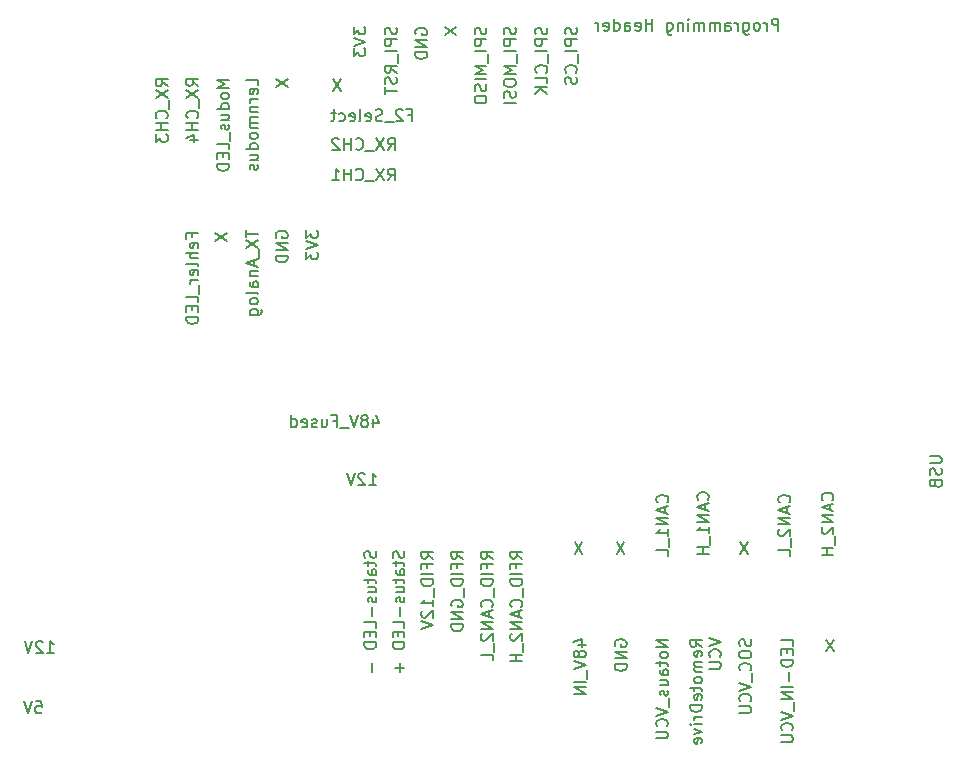
<source format=gbr>
%TF.GenerationSoftware,KiCad,Pcbnew,9.0.2*%
%TF.CreationDate,2025-08-21T23:00:52+02:00*%
%TF.ProjectId,Option1,4f707469-6f6e-4312-9e6b-696361645f70,rev?*%
%TF.SameCoordinates,Original*%
%TF.FileFunction,Legend,Bot*%
%TF.FilePolarity,Positive*%
%FSLAX46Y46*%
G04 Gerber Fmt 4.6, Leading zero omitted, Abs format (unit mm)*
G04 Created by KiCad (PCBNEW 9.0.2) date 2025-08-21 23:00:52*
%MOMM*%
%LPD*%
G01*
G04 APERTURE LIST*
%ADD10C,0.150000*%
%ADD11R,1.700000X1.700000*%
%ADD12C,1.700000*%
%ADD13R,2.100000X2.100000*%
%ADD14C,2.100000*%
%ADD15R,1.800000X1.800000*%
%ADD16C,1.800000*%
%ADD17C,1.600000*%
%ADD18O,1.550000X1.000000*%
%ADD19O,0.950000X1.250000*%
G04 APERTURE END LIST*
D10*
X169753220Y-49699819D02*
X169753220Y-48699819D01*
X169753220Y-48699819D02*
X169372268Y-48699819D01*
X169372268Y-48699819D02*
X169277030Y-48747438D01*
X169277030Y-48747438D02*
X169229411Y-48795057D01*
X169229411Y-48795057D02*
X169181792Y-48890295D01*
X169181792Y-48890295D02*
X169181792Y-49033152D01*
X169181792Y-49033152D02*
X169229411Y-49128390D01*
X169229411Y-49128390D02*
X169277030Y-49176009D01*
X169277030Y-49176009D02*
X169372268Y-49223628D01*
X169372268Y-49223628D02*
X169753220Y-49223628D01*
X168753220Y-49699819D02*
X168753220Y-49033152D01*
X168753220Y-49223628D02*
X168705601Y-49128390D01*
X168705601Y-49128390D02*
X168657982Y-49080771D01*
X168657982Y-49080771D02*
X168562744Y-49033152D01*
X168562744Y-49033152D02*
X168467506Y-49033152D01*
X167991315Y-49699819D02*
X168086553Y-49652200D01*
X168086553Y-49652200D02*
X168134172Y-49604580D01*
X168134172Y-49604580D02*
X168181791Y-49509342D01*
X168181791Y-49509342D02*
X168181791Y-49223628D01*
X168181791Y-49223628D02*
X168134172Y-49128390D01*
X168134172Y-49128390D02*
X168086553Y-49080771D01*
X168086553Y-49080771D02*
X167991315Y-49033152D01*
X167991315Y-49033152D02*
X167848458Y-49033152D01*
X167848458Y-49033152D02*
X167753220Y-49080771D01*
X167753220Y-49080771D02*
X167705601Y-49128390D01*
X167705601Y-49128390D02*
X167657982Y-49223628D01*
X167657982Y-49223628D02*
X167657982Y-49509342D01*
X167657982Y-49509342D02*
X167705601Y-49604580D01*
X167705601Y-49604580D02*
X167753220Y-49652200D01*
X167753220Y-49652200D02*
X167848458Y-49699819D01*
X167848458Y-49699819D02*
X167991315Y-49699819D01*
X166800839Y-49033152D02*
X166800839Y-49842676D01*
X166800839Y-49842676D02*
X166848458Y-49937914D01*
X166848458Y-49937914D02*
X166896077Y-49985533D01*
X166896077Y-49985533D02*
X166991315Y-50033152D01*
X166991315Y-50033152D02*
X167134172Y-50033152D01*
X167134172Y-50033152D02*
X167229410Y-49985533D01*
X166800839Y-49652200D02*
X166896077Y-49699819D01*
X166896077Y-49699819D02*
X167086553Y-49699819D01*
X167086553Y-49699819D02*
X167181791Y-49652200D01*
X167181791Y-49652200D02*
X167229410Y-49604580D01*
X167229410Y-49604580D02*
X167277029Y-49509342D01*
X167277029Y-49509342D02*
X167277029Y-49223628D01*
X167277029Y-49223628D02*
X167229410Y-49128390D01*
X167229410Y-49128390D02*
X167181791Y-49080771D01*
X167181791Y-49080771D02*
X167086553Y-49033152D01*
X167086553Y-49033152D02*
X166896077Y-49033152D01*
X166896077Y-49033152D02*
X166800839Y-49080771D01*
X166324648Y-49699819D02*
X166324648Y-49033152D01*
X166324648Y-49223628D02*
X166277029Y-49128390D01*
X166277029Y-49128390D02*
X166229410Y-49080771D01*
X166229410Y-49080771D02*
X166134172Y-49033152D01*
X166134172Y-49033152D02*
X166038934Y-49033152D01*
X165277029Y-49699819D02*
X165277029Y-49176009D01*
X165277029Y-49176009D02*
X165324648Y-49080771D01*
X165324648Y-49080771D02*
X165419886Y-49033152D01*
X165419886Y-49033152D02*
X165610362Y-49033152D01*
X165610362Y-49033152D02*
X165705600Y-49080771D01*
X165277029Y-49652200D02*
X165372267Y-49699819D01*
X165372267Y-49699819D02*
X165610362Y-49699819D01*
X165610362Y-49699819D02*
X165705600Y-49652200D01*
X165705600Y-49652200D02*
X165753219Y-49556961D01*
X165753219Y-49556961D02*
X165753219Y-49461723D01*
X165753219Y-49461723D02*
X165705600Y-49366485D01*
X165705600Y-49366485D02*
X165610362Y-49318866D01*
X165610362Y-49318866D02*
X165372267Y-49318866D01*
X165372267Y-49318866D02*
X165277029Y-49271247D01*
X164800838Y-49699819D02*
X164800838Y-49033152D01*
X164800838Y-49128390D02*
X164753219Y-49080771D01*
X164753219Y-49080771D02*
X164657981Y-49033152D01*
X164657981Y-49033152D02*
X164515124Y-49033152D01*
X164515124Y-49033152D02*
X164419886Y-49080771D01*
X164419886Y-49080771D02*
X164372267Y-49176009D01*
X164372267Y-49176009D02*
X164372267Y-49699819D01*
X164372267Y-49176009D02*
X164324648Y-49080771D01*
X164324648Y-49080771D02*
X164229410Y-49033152D01*
X164229410Y-49033152D02*
X164086553Y-49033152D01*
X164086553Y-49033152D02*
X163991314Y-49080771D01*
X163991314Y-49080771D02*
X163943695Y-49176009D01*
X163943695Y-49176009D02*
X163943695Y-49699819D01*
X163467505Y-49699819D02*
X163467505Y-49033152D01*
X163467505Y-49128390D02*
X163419886Y-49080771D01*
X163419886Y-49080771D02*
X163324648Y-49033152D01*
X163324648Y-49033152D02*
X163181791Y-49033152D01*
X163181791Y-49033152D02*
X163086553Y-49080771D01*
X163086553Y-49080771D02*
X163038934Y-49176009D01*
X163038934Y-49176009D02*
X163038934Y-49699819D01*
X163038934Y-49176009D02*
X162991315Y-49080771D01*
X162991315Y-49080771D02*
X162896077Y-49033152D01*
X162896077Y-49033152D02*
X162753220Y-49033152D01*
X162753220Y-49033152D02*
X162657981Y-49080771D01*
X162657981Y-49080771D02*
X162610362Y-49176009D01*
X162610362Y-49176009D02*
X162610362Y-49699819D01*
X162134172Y-49699819D02*
X162134172Y-49033152D01*
X162134172Y-48699819D02*
X162181791Y-48747438D01*
X162181791Y-48747438D02*
X162134172Y-48795057D01*
X162134172Y-48795057D02*
X162086553Y-48747438D01*
X162086553Y-48747438D02*
X162134172Y-48699819D01*
X162134172Y-48699819D02*
X162134172Y-48795057D01*
X161657982Y-49033152D02*
X161657982Y-49699819D01*
X161657982Y-49128390D02*
X161610363Y-49080771D01*
X161610363Y-49080771D02*
X161515125Y-49033152D01*
X161515125Y-49033152D02*
X161372268Y-49033152D01*
X161372268Y-49033152D02*
X161277030Y-49080771D01*
X161277030Y-49080771D02*
X161229411Y-49176009D01*
X161229411Y-49176009D02*
X161229411Y-49699819D01*
X160324649Y-49033152D02*
X160324649Y-49842676D01*
X160324649Y-49842676D02*
X160372268Y-49937914D01*
X160372268Y-49937914D02*
X160419887Y-49985533D01*
X160419887Y-49985533D02*
X160515125Y-50033152D01*
X160515125Y-50033152D02*
X160657982Y-50033152D01*
X160657982Y-50033152D02*
X160753220Y-49985533D01*
X160324649Y-49652200D02*
X160419887Y-49699819D01*
X160419887Y-49699819D02*
X160610363Y-49699819D01*
X160610363Y-49699819D02*
X160705601Y-49652200D01*
X160705601Y-49652200D02*
X160753220Y-49604580D01*
X160753220Y-49604580D02*
X160800839Y-49509342D01*
X160800839Y-49509342D02*
X160800839Y-49223628D01*
X160800839Y-49223628D02*
X160753220Y-49128390D01*
X160753220Y-49128390D02*
X160705601Y-49080771D01*
X160705601Y-49080771D02*
X160610363Y-49033152D01*
X160610363Y-49033152D02*
X160419887Y-49033152D01*
X160419887Y-49033152D02*
X160324649Y-49080771D01*
X159086553Y-49699819D02*
X159086553Y-48699819D01*
X159086553Y-49176009D02*
X158515125Y-49176009D01*
X158515125Y-49699819D02*
X158515125Y-48699819D01*
X157657982Y-49652200D02*
X157753220Y-49699819D01*
X157753220Y-49699819D02*
X157943696Y-49699819D01*
X157943696Y-49699819D02*
X158038934Y-49652200D01*
X158038934Y-49652200D02*
X158086553Y-49556961D01*
X158086553Y-49556961D02*
X158086553Y-49176009D01*
X158086553Y-49176009D02*
X158038934Y-49080771D01*
X158038934Y-49080771D02*
X157943696Y-49033152D01*
X157943696Y-49033152D02*
X157753220Y-49033152D01*
X157753220Y-49033152D02*
X157657982Y-49080771D01*
X157657982Y-49080771D02*
X157610363Y-49176009D01*
X157610363Y-49176009D02*
X157610363Y-49271247D01*
X157610363Y-49271247D02*
X158086553Y-49366485D01*
X156753220Y-49699819D02*
X156753220Y-49176009D01*
X156753220Y-49176009D02*
X156800839Y-49080771D01*
X156800839Y-49080771D02*
X156896077Y-49033152D01*
X156896077Y-49033152D02*
X157086553Y-49033152D01*
X157086553Y-49033152D02*
X157181791Y-49080771D01*
X156753220Y-49652200D02*
X156848458Y-49699819D01*
X156848458Y-49699819D02*
X157086553Y-49699819D01*
X157086553Y-49699819D02*
X157181791Y-49652200D01*
X157181791Y-49652200D02*
X157229410Y-49556961D01*
X157229410Y-49556961D02*
X157229410Y-49461723D01*
X157229410Y-49461723D02*
X157181791Y-49366485D01*
X157181791Y-49366485D02*
X157086553Y-49318866D01*
X157086553Y-49318866D02*
X156848458Y-49318866D01*
X156848458Y-49318866D02*
X156753220Y-49271247D01*
X155848458Y-49699819D02*
X155848458Y-48699819D01*
X155848458Y-49652200D02*
X155943696Y-49699819D01*
X155943696Y-49699819D02*
X156134172Y-49699819D01*
X156134172Y-49699819D02*
X156229410Y-49652200D01*
X156229410Y-49652200D02*
X156277029Y-49604580D01*
X156277029Y-49604580D02*
X156324648Y-49509342D01*
X156324648Y-49509342D02*
X156324648Y-49223628D01*
X156324648Y-49223628D02*
X156277029Y-49128390D01*
X156277029Y-49128390D02*
X156229410Y-49080771D01*
X156229410Y-49080771D02*
X156134172Y-49033152D01*
X156134172Y-49033152D02*
X155943696Y-49033152D01*
X155943696Y-49033152D02*
X155848458Y-49080771D01*
X154991315Y-49652200D02*
X155086553Y-49699819D01*
X155086553Y-49699819D02*
X155277029Y-49699819D01*
X155277029Y-49699819D02*
X155372267Y-49652200D01*
X155372267Y-49652200D02*
X155419886Y-49556961D01*
X155419886Y-49556961D02*
X155419886Y-49176009D01*
X155419886Y-49176009D02*
X155372267Y-49080771D01*
X155372267Y-49080771D02*
X155277029Y-49033152D01*
X155277029Y-49033152D02*
X155086553Y-49033152D01*
X155086553Y-49033152D02*
X154991315Y-49080771D01*
X154991315Y-49080771D02*
X154943696Y-49176009D01*
X154943696Y-49176009D02*
X154943696Y-49271247D01*
X154943696Y-49271247D02*
X155419886Y-49366485D01*
X154515124Y-49699819D02*
X154515124Y-49033152D01*
X154515124Y-49223628D02*
X154467505Y-49128390D01*
X154467505Y-49128390D02*
X154419886Y-49080771D01*
X154419886Y-49080771D02*
X154324648Y-49033152D01*
X154324648Y-49033152D02*
X154229410Y-49033152D01*
X150142200Y-49439160D02*
X150189819Y-49582017D01*
X150189819Y-49582017D02*
X150189819Y-49820112D01*
X150189819Y-49820112D02*
X150142200Y-49915350D01*
X150142200Y-49915350D02*
X150094580Y-49962969D01*
X150094580Y-49962969D02*
X149999342Y-50010588D01*
X149999342Y-50010588D02*
X149904104Y-50010588D01*
X149904104Y-50010588D02*
X149808866Y-49962969D01*
X149808866Y-49962969D02*
X149761247Y-49915350D01*
X149761247Y-49915350D02*
X149713628Y-49820112D01*
X149713628Y-49820112D02*
X149666009Y-49629636D01*
X149666009Y-49629636D02*
X149618390Y-49534398D01*
X149618390Y-49534398D02*
X149570771Y-49486779D01*
X149570771Y-49486779D02*
X149475533Y-49439160D01*
X149475533Y-49439160D02*
X149380295Y-49439160D01*
X149380295Y-49439160D02*
X149285057Y-49486779D01*
X149285057Y-49486779D02*
X149237438Y-49534398D01*
X149237438Y-49534398D02*
X149189819Y-49629636D01*
X149189819Y-49629636D02*
X149189819Y-49867731D01*
X149189819Y-49867731D02*
X149237438Y-50010588D01*
X150189819Y-50439160D02*
X149189819Y-50439160D01*
X149189819Y-50439160D02*
X149189819Y-50820112D01*
X149189819Y-50820112D02*
X149237438Y-50915350D01*
X149237438Y-50915350D02*
X149285057Y-50962969D01*
X149285057Y-50962969D02*
X149380295Y-51010588D01*
X149380295Y-51010588D02*
X149523152Y-51010588D01*
X149523152Y-51010588D02*
X149618390Y-50962969D01*
X149618390Y-50962969D02*
X149666009Y-50915350D01*
X149666009Y-50915350D02*
X149713628Y-50820112D01*
X149713628Y-50820112D02*
X149713628Y-50439160D01*
X150189819Y-51439160D02*
X149189819Y-51439160D01*
X150285057Y-51677255D02*
X150285057Y-52439159D01*
X150094580Y-53248683D02*
X150142200Y-53201064D01*
X150142200Y-53201064D02*
X150189819Y-53058207D01*
X150189819Y-53058207D02*
X150189819Y-52962969D01*
X150189819Y-52962969D02*
X150142200Y-52820112D01*
X150142200Y-52820112D02*
X150046961Y-52724874D01*
X150046961Y-52724874D02*
X149951723Y-52677255D01*
X149951723Y-52677255D02*
X149761247Y-52629636D01*
X149761247Y-52629636D02*
X149618390Y-52629636D01*
X149618390Y-52629636D02*
X149427914Y-52677255D01*
X149427914Y-52677255D02*
X149332676Y-52724874D01*
X149332676Y-52724874D02*
X149237438Y-52820112D01*
X149237438Y-52820112D02*
X149189819Y-52962969D01*
X149189819Y-52962969D02*
X149189819Y-53058207D01*
X149189819Y-53058207D02*
X149237438Y-53201064D01*
X149237438Y-53201064D02*
X149285057Y-53248683D01*
X150189819Y-54153445D02*
X150189819Y-53677255D01*
X150189819Y-53677255D02*
X149189819Y-53677255D01*
X150189819Y-54486779D02*
X149189819Y-54486779D01*
X150189819Y-55058207D02*
X149618390Y-54629636D01*
X149189819Y-55058207D02*
X149761247Y-54486779D01*
X152642200Y-49439160D02*
X152689819Y-49582017D01*
X152689819Y-49582017D02*
X152689819Y-49820112D01*
X152689819Y-49820112D02*
X152642200Y-49915350D01*
X152642200Y-49915350D02*
X152594580Y-49962969D01*
X152594580Y-49962969D02*
X152499342Y-50010588D01*
X152499342Y-50010588D02*
X152404104Y-50010588D01*
X152404104Y-50010588D02*
X152308866Y-49962969D01*
X152308866Y-49962969D02*
X152261247Y-49915350D01*
X152261247Y-49915350D02*
X152213628Y-49820112D01*
X152213628Y-49820112D02*
X152166009Y-49629636D01*
X152166009Y-49629636D02*
X152118390Y-49534398D01*
X152118390Y-49534398D02*
X152070771Y-49486779D01*
X152070771Y-49486779D02*
X151975533Y-49439160D01*
X151975533Y-49439160D02*
X151880295Y-49439160D01*
X151880295Y-49439160D02*
X151785057Y-49486779D01*
X151785057Y-49486779D02*
X151737438Y-49534398D01*
X151737438Y-49534398D02*
X151689819Y-49629636D01*
X151689819Y-49629636D02*
X151689819Y-49867731D01*
X151689819Y-49867731D02*
X151737438Y-50010588D01*
X152689819Y-50439160D02*
X151689819Y-50439160D01*
X151689819Y-50439160D02*
X151689819Y-50820112D01*
X151689819Y-50820112D02*
X151737438Y-50915350D01*
X151737438Y-50915350D02*
X151785057Y-50962969D01*
X151785057Y-50962969D02*
X151880295Y-51010588D01*
X151880295Y-51010588D02*
X152023152Y-51010588D01*
X152023152Y-51010588D02*
X152118390Y-50962969D01*
X152118390Y-50962969D02*
X152166009Y-50915350D01*
X152166009Y-50915350D02*
X152213628Y-50820112D01*
X152213628Y-50820112D02*
X152213628Y-50439160D01*
X152689819Y-51439160D02*
X151689819Y-51439160D01*
X152785057Y-51677255D02*
X152785057Y-52439159D01*
X152594580Y-53248683D02*
X152642200Y-53201064D01*
X152642200Y-53201064D02*
X152689819Y-53058207D01*
X152689819Y-53058207D02*
X152689819Y-52962969D01*
X152689819Y-52962969D02*
X152642200Y-52820112D01*
X152642200Y-52820112D02*
X152546961Y-52724874D01*
X152546961Y-52724874D02*
X152451723Y-52677255D01*
X152451723Y-52677255D02*
X152261247Y-52629636D01*
X152261247Y-52629636D02*
X152118390Y-52629636D01*
X152118390Y-52629636D02*
X151927914Y-52677255D01*
X151927914Y-52677255D02*
X151832676Y-52724874D01*
X151832676Y-52724874D02*
X151737438Y-52820112D01*
X151737438Y-52820112D02*
X151689819Y-52962969D01*
X151689819Y-52962969D02*
X151689819Y-53058207D01*
X151689819Y-53058207D02*
X151737438Y-53201064D01*
X151737438Y-53201064D02*
X151785057Y-53248683D01*
X152642200Y-53629636D02*
X152689819Y-53772493D01*
X152689819Y-53772493D02*
X152689819Y-54010588D01*
X152689819Y-54010588D02*
X152642200Y-54105826D01*
X152642200Y-54105826D02*
X152594580Y-54153445D01*
X152594580Y-54153445D02*
X152499342Y-54201064D01*
X152499342Y-54201064D02*
X152404104Y-54201064D01*
X152404104Y-54201064D02*
X152308866Y-54153445D01*
X152308866Y-54153445D02*
X152261247Y-54105826D01*
X152261247Y-54105826D02*
X152213628Y-54010588D01*
X152213628Y-54010588D02*
X152166009Y-53820112D01*
X152166009Y-53820112D02*
X152118390Y-53724874D01*
X152118390Y-53724874D02*
X152070771Y-53677255D01*
X152070771Y-53677255D02*
X151975533Y-53629636D01*
X151975533Y-53629636D02*
X151880295Y-53629636D01*
X151880295Y-53629636D02*
X151785057Y-53677255D01*
X151785057Y-53677255D02*
X151737438Y-53724874D01*
X151737438Y-53724874D02*
X151689819Y-53820112D01*
X151689819Y-53820112D02*
X151689819Y-54058207D01*
X151689819Y-54058207D02*
X151737438Y-54201064D01*
X144992200Y-49439160D02*
X145039819Y-49582017D01*
X145039819Y-49582017D02*
X145039819Y-49820112D01*
X145039819Y-49820112D02*
X144992200Y-49915350D01*
X144992200Y-49915350D02*
X144944580Y-49962969D01*
X144944580Y-49962969D02*
X144849342Y-50010588D01*
X144849342Y-50010588D02*
X144754104Y-50010588D01*
X144754104Y-50010588D02*
X144658866Y-49962969D01*
X144658866Y-49962969D02*
X144611247Y-49915350D01*
X144611247Y-49915350D02*
X144563628Y-49820112D01*
X144563628Y-49820112D02*
X144516009Y-49629636D01*
X144516009Y-49629636D02*
X144468390Y-49534398D01*
X144468390Y-49534398D02*
X144420771Y-49486779D01*
X144420771Y-49486779D02*
X144325533Y-49439160D01*
X144325533Y-49439160D02*
X144230295Y-49439160D01*
X144230295Y-49439160D02*
X144135057Y-49486779D01*
X144135057Y-49486779D02*
X144087438Y-49534398D01*
X144087438Y-49534398D02*
X144039819Y-49629636D01*
X144039819Y-49629636D02*
X144039819Y-49867731D01*
X144039819Y-49867731D02*
X144087438Y-50010588D01*
X145039819Y-50439160D02*
X144039819Y-50439160D01*
X144039819Y-50439160D02*
X144039819Y-50820112D01*
X144039819Y-50820112D02*
X144087438Y-50915350D01*
X144087438Y-50915350D02*
X144135057Y-50962969D01*
X144135057Y-50962969D02*
X144230295Y-51010588D01*
X144230295Y-51010588D02*
X144373152Y-51010588D01*
X144373152Y-51010588D02*
X144468390Y-50962969D01*
X144468390Y-50962969D02*
X144516009Y-50915350D01*
X144516009Y-50915350D02*
X144563628Y-50820112D01*
X144563628Y-50820112D02*
X144563628Y-50439160D01*
X145039819Y-51439160D02*
X144039819Y-51439160D01*
X145135057Y-51677255D02*
X145135057Y-52439159D01*
X145039819Y-52677255D02*
X144039819Y-52677255D01*
X144039819Y-52677255D02*
X144754104Y-53010588D01*
X144754104Y-53010588D02*
X144039819Y-53343921D01*
X144039819Y-53343921D02*
X145039819Y-53343921D01*
X145039819Y-53820112D02*
X144039819Y-53820112D01*
X144992200Y-54248683D02*
X145039819Y-54391540D01*
X145039819Y-54391540D02*
X145039819Y-54629635D01*
X145039819Y-54629635D02*
X144992200Y-54724873D01*
X144992200Y-54724873D02*
X144944580Y-54772492D01*
X144944580Y-54772492D02*
X144849342Y-54820111D01*
X144849342Y-54820111D02*
X144754104Y-54820111D01*
X144754104Y-54820111D02*
X144658866Y-54772492D01*
X144658866Y-54772492D02*
X144611247Y-54724873D01*
X144611247Y-54724873D02*
X144563628Y-54629635D01*
X144563628Y-54629635D02*
X144516009Y-54439159D01*
X144516009Y-54439159D02*
X144468390Y-54343921D01*
X144468390Y-54343921D02*
X144420771Y-54296302D01*
X144420771Y-54296302D02*
X144325533Y-54248683D01*
X144325533Y-54248683D02*
X144230295Y-54248683D01*
X144230295Y-54248683D02*
X144135057Y-54296302D01*
X144135057Y-54296302D02*
X144087438Y-54343921D01*
X144087438Y-54343921D02*
X144039819Y-54439159D01*
X144039819Y-54439159D02*
X144039819Y-54677254D01*
X144039819Y-54677254D02*
X144087438Y-54820111D01*
X144039819Y-55439159D02*
X144039819Y-55629635D01*
X144039819Y-55629635D02*
X144087438Y-55724873D01*
X144087438Y-55724873D02*
X144182676Y-55820111D01*
X144182676Y-55820111D02*
X144373152Y-55867730D01*
X144373152Y-55867730D02*
X144706485Y-55867730D01*
X144706485Y-55867730D02*
X144896961Y-55820111D01*
X144896961Y-55820111D02*
X144992200Y-55724873D01*
X144992200Y-55724873D02*
X145039819Y-55629635D01*
X145039819Y-55629635D02*
X145039819Y-55439159D01*
X145039819Y-55439159D02*
X144992200Y-55343921D01*
X144992200Y-55343921D02*
X144896961Y-55248683D01*
X144896961Y-55248683D02*
X144706485Y-55201064D01*
X144706485Y-55201064D02*
X144373152Y-55201064D01*
X144373152Y-55201064D02*
X144182676Y-55248683D01*
X144182676Y-55248683D02*
X144087438Y-55343921D01*
X144087438Y-55343921D02*
X144039819Y-55439159D01*
X137392200Y-49439160D02*
X137439819Y-49582017D01*
X137439819Y-49582017D02*
X137439819Y-49820112D01*
X137439819Y-49820112D02*
X137392200Y-49915350D01*
X137392200Y-49915350D02*
X137344580Y-49962969D01*
X137344580Y-49962969D02*
X137249342Y-50010588D01*
X137249342Y-50010588D02*
X137154104Y-50010588D01*
X137154104Y-50010588D02*
X137058866Y-49962969D01*
X137058866Y-49962969D02*
X137011247Y-49915350D01*
X137011247Y-49915350D02*
X136963628Y-49820112D01*
X136963628Y-49820112D02*
X136916009Y-49629636D01*
X136916009Y-49629636D02*
X136868390Y-49534398D01*
X136868390Y-49534398D02*
X136820771Y-49486779D01*
X136820771Y-49486779D02*
X136725533Y-49439160D01*
X136725533Y-49439160D02*
X136630295Y-49439160D01*
X136630295Y-49439160D02*
X136535057Y-49486779D01*
X136535057Y-49486779D02*
X136487438Y-49534398D01*
X136487438Y-49534398D02*
X136439819Y-49629636D01*
X136439819Y-49629636D02*
X136439819Y-49867731D01*
X136439819Y-49867731D02*
X136487438Y-50010588D01*
X137439819Y-50439160D02*
X136439819Y-50439160D01*
X136439819Y-50439160D02*
X136439819Y-50820112D01*
X136439819Y-50820112D02*
X136487438Y-50915350D01*
X136487438Y-50915350D02*
X136535057Y-50962969D01*
X136535057Y-50962969D02*
X136630295Y-51010588D01*
X136630295Y-51010588D02*
X136773152Y-51010588D01*
X136773152Y-51010588D02*
X136868390Y-50962969D01*
X136868390Y-50962969D02*
X136916009Y-50915350D01*
X136916009Y-50915350D02*
X136963628Y-50820112D01*
X136963628Y-50820112D02*
X136963628Y-50439160D01*
X137439819Y-51439160D02*
X136439819Y-51439160D01*
X137535057Y-51677255D02*
X137535057Y-52439159D01*
X137439819Y-53248683D02*
X136963628Y-52915350D01*
X137439819Y-52677255D02*
X136439819Y-52677255D01*
X136439819Y-52677255D02*
X136439819Y-53058207D01*
X136439819Y-53058207D02*
X136487438Y-53153445D01*
X136487438Y-53153445D02*
X136535057Y-53201064D01*
X136535057Y-53201064D02*
X136630295Y-53248683D01*
X136630295Y-53248683D02*
X136773152Y-53248683D01*
X136773152Y-53248683D02*
X136868390Y-53201064D01*
X136868390Y-53201064D02*
X136916009Y-53153445D01*
X136916009Y-53153445D02*
X136963628Y-53058207D01*
X136963628Y-53058207D02*
X136963628Y-52677255D01*
X137392200Y-53629636D02*
X137439819Y-53772493D01*
X137439819Y-53772493D02*
X137439819Y-54010588D01*
X137439819Y-54010588D02*
X137392200Y-54105826D01*
X137392200Y-54105826D02*
X137344580Y-54153445D01*
X137344580Y-54153445D02*
X137249342Y-54201064D01*
X137249342Y-54201064D02*
X137154104Y-54201064D01*
X137154104Y-54201064D02*
X137058866Y-54153445D01*
X137058866Y-54153445D02*
X137011247Y-54105826D01*
X137011247Y-54105826D02*
X136963628Y-54010588D01*
X136963628Y-54010588D02*
X136916009Y-53820112D01*
X136916009Y-53820112D02*
X136868390Y-53724874D01*
X136868390Y-53724874D02*
X136820771Y-53677255D01*
X136820771Y-53677255D02*
X136725533Y-53629636D01*
X136725533Y-53629636D02*
X136630295Y-53629636D01*
X136630295Y-53629636D02*
X136535057Y-53677255D01*
X136535057Y-53677255D02*
X136487438Y-53724874D01*
X136487438Y-53724874D02*
X136439819Y-53820112D01*
X136439819Y-53820112D02*
X136439819Y-54058207D01*
X136439819Y-54058207D02*
X136487438Y-54201064D01*
X136439819Y-54486779D02*
X136439819Y-55058207D01*
X137439819Y-54772493D02*
X136439819Y-54772493D01*
X139067438Y-50010588D02*
X139019819Y-49915350D01*
X139019819Y-49915350D02*
X139019819Y-49772493D01*
X139019819Y-49772493D02*
X139067438Y-49629636D01*
X139067438Y-49629636D02*
X139162676Y-49534398D01*
X139162676Y-49534398D02*
X139257914Y-49486779D01*
X139257914Y-49486779D02*
X139448390Y-49439160D01*
X139448390Y-49439160D02*
X139591247Y-49439160D01*
X139591247Y-49439160D02*
X139781723Y-49486779D01*
X139781723Y-49486779D02*
X139876961Y-49534398D01*
X139876961Y-49534398D02*
X139972200Y-49629636D01*
X139972200Y-49629636D02*
X140019819Y-49772493D01*
X140019819Y-49772493D02*
X140019819Y-49867731D01*
X140019819Y-49867731D02*
X139972200Y-50010588D01*
X139972200Y-50010588D02*
X139924580Y-50058207D01*
X139924580Y-50058207D02*
X139591247Y-50058207D01*
X139591247Y-50058207D02*
X139591247Y-49867731D01*
X140019819Y-50486779D02*
X139019819Y-50486779D01*
X139019819Y-50486779D02*
X140019819Y-51058207D01*
X140019819Y-51058207D02*
X139019819Y-51058207D01*
X140019819Y-51534398D02*
X139019819Y-51534398D01*
X139019819Y-51534398D02*
X139019819Y-51772493D01*
X139019819Y-51772493D02*
X139067438Y-51915350D01*
X139067438Y-51915350D02*
X139162676Y-52010588D01*
X139162676Y-52010588D02*
X139257914Y-52058207D01*
X139257914Y-52058207D02*
X139448390Y-52105826D01*
X139448390Y-52105826D02*
X139591247Y-52105826D01*
X139591247Y-52105826D02*
X139781723Y-52058207D01*
X139781723Y-52058207D02*
X139876961Y-52010588D01*
X139876961Y-52010588D02*
X139972200Y-51915350D01*
X139972200Y-51915350D02*
X140019819Y-51772493D01*
X140019819Y-51772493D02*
X140019819Y-51534398D01*
X133799819Y-49391541D02*
X133799819Y-50010588D01*
X133799819Y-50010588D02*
X134180771Y-49677255D01*
X134180771Y-49677255D02*
X134180771Y-49820112D01*
X134180771Y-49820112D02*
X134228390Y-49915350D01*
X134228390Y-49915350D02*
X134276009Y-49962969D01*
X134276009Y-49962969D02*
X134371247Y-50010588D01*
X134371247Y-50010588D02*
X134609342Y-50010588D01*
X134609342Y-50010588D02*
X134704580Y-49962969D01*
X134704580Y-49962969D02*
X134752200Y-49915350D01*
X134752200Y-49915350D02*
X134799819Y-49820112D01*
X134799819Y-49820112D02*
X134799819Y-49534398D01*
X134799819Y-49534398D02*
X134752200Y-49439160D01*
X134752200Y-49439160D02*
X134704580Y-49391541D01*
X133799819Y-50296303D02*
X134799819Y-50629636D01*
X134799819Y-50629636D02*
X133799819Y-50962969D01*
X133799819Y-51201065D02*
X133799819Y-51820112D01*
X133799819Y-51820112D02*
X134180771Y-51486779D01*
X134180771Y-51486779D02*
X134180771Y-51629636D01*
X134180771Y-51629636D02*
X134228390Y-51724874D01*
X134228390Y-51724874D02*
X134276009Y-51772493D01*
X134276009Y-51772493D02*
X134371247Y-51820112D01*
X134371247Y-51820112D02*
X134609342Y-51820112D01*
X134609342Y-51820112D02*
X134704580Y-51772493D01*
X134704580Y-51772493D02*
X134752200Y-51724874D01*
X134752200Y-51724874D02*
X134799819Y-51629636D01*
X134799819Y-51629636D02*
X134799819Y-51343922D01*
X134799819Y-51343922D02*
X134752200Y-51248684D01*
X134752200Y-51248684D02*
X134704580Y-51201065D01*
X147472200Y-49439160D02*
X147519819Y-49582017D01*
X147519819Y-49582017D02*
X147519819Y-49820112D01*
X147519819Y-49820112D02*
X147472200Y-49915350D01*
X147472200Y-49915350D02*
X147424580Y-49962969D01*
X147424580Y-49962969D02*
X147329342Y-50010588D01*
X147329342Y-50010588D02*
X147234104Y-50010588D01*
X147234104Y-50010588D02*
X147138866Y-49962969D01*
X147138866Y-49962969D02*
X147091247Y-49915350D01*
X147091247Y-49915350D02*
X147043628Y-49820112D01*
X147043628Y-49820112D02*
X146996009Y-49629636D01*
X146996009Y-49629636D02*
X146948390Y-49534398D01*
X146948390Y-49534398D02*
X146900771Y-49486779D01*
X146900771Y-49486779D02*
X146805533Y-49439160D01*
X146805533Y-49439160D02*
X146710295Y-49439160D01*
X146710295Y-49439160D02*
X146615057Y-49486779D01*
X146615057Y-49486779D02*
X146567438Y-49534398D01*
X146567438Y-49534398D02*
X146519819Y-49629636D01*
X146519819Y-49629636D02*
X146519819Y-49867731D01*
X146519819Y-49867731D02*
X146567438Y-50010588D01*
X147519819Y-50439160D02*
X146519819Y-50439160D01*
X146519819Y-50439160D02*
X146519819Y-50820112D01*
X146519819Y-50820112D02*
X146567438Y-50915350D01*
X146567438Y-50915350D02*
X146615057Y-50962969D01*
X146615057Y-50962969D02*
X146710295Y-51010588D01*
X146710295Y-51010588D02*
X146853152Y-51010588D01*
X146853152Y-51010588D02*
X146948390Y-50962969D01*
X146948390Y-50962969D02*
X146996009Y-50915350D01*
X146996009Y-50915350D02*
X147043628Y-50820112D01*
X147043628Y-50820112D02*
X147043628Y-50439160D01*
X147519819Y-51439160D02*
X146519819Y-51439160D01*
X147615057Y-51677255D02*
X147615057Y-52439159D01*
X147519819Y-52677255D02*
X146519819Y-52677255D01*
X146519819Y-52677255D02*
X147234104Y-53010588D01*
X147234104Y-53010588D02*
X146519819Y-53343921D01*
X146519819Y-53343921D02*
X147519819Y-53343921D01*
X146519819Y-54010588D02*
X146519819Y-54201064D01*
X146519819Y-54201064D02*
X146567438Y-54296302D01*
X146567438Y-54296302D02*
X146662676Y-54391540D01*
X146662676Y-54391540D02*
X146853152Y-54439159D01*
X146853152Y-54439159D02*
X147186485Y-54439159D01*
X147186485Y-54439159D02*
X147376961Y-54391540D01*
X147376961Y-54391540D02*
X147472200Y-54296302D01*
X147472200Y-54296302D02*
X147519819Y-54201064D01*
X147519819Y-54201064D02*
X147519819Y-54010588D01*
X147519819Y-54010588D02*
X147472200Y-53915350D01*
X147472200Y-53915350D02*
X147376961Y-53820112D01*
X147376961Y-53820112D02*
X147186485Y-53772493D01*
X147186485Y-53772493D02*
X146853152Y-53772493D01*
X146853152Y-53772493D02*
X146662676Y-53820112D01*
X146662676Y-53820112D02*
X146567438Y-53915350D01*
X146567438Y-53915350D02*
X146519819Y-54010588D01*
X147472200Y-54820112D02*
X147519819Y-54962969D01*
X147519819Y-54962969D02*
X147519819Y-55201064D01*
X147519819Y-55201064D02*
X147472200Y-55296302D01*
X147472200Y-55296302D02*
X147424580Y-55343921D01*
X147424580Y-55343921D02*
X147329342Y-55391540D01*
X147329342Y-55391540D02*
X147234104Y-55391540D01*
X147234104Y-55391540D02*
X147138866Y-55343921D01*
X147138866Y-55343921D02*
X147091247Y-55296302D01*
X147091247Y-55296302D02*
X147043628Y-55201064D01*
X147043628Y-55201064D02*
X146996009Y-55010588D01*
X146996009Y-55010588D02*
X146948390Y-54915350D01*
X146948390Y-54915350D02*
X146900771Y-54867731D01*
X146900771Y-54867731D02*
X146805533Y-54820112D01*
X146805533Y-54820112D02*
X146710295Y-54820112D01*
X146710295Y-54820112D02*
X146615057Y-54867731D01*
X146615057Y-54867731D02*
X146567438Y-54915350D01*
X146567438Y-54915350D02*
X146519819Y-55010588D01*
X146519819Y-55010588D02*
X146519819Y-55248683D01*
X146519819Y-55248683D02*
X146567438Y-55391540D01*
X147519819Y-55820112D02*
X146519819Y-55820112D01*
X141499819Y-49391541D02*
X142499819Y-50058207D01*
X141499819Y-50058207D02*
X142499819Y-49391541D01*
X120116009Y-67180112D02*
X120116009Y-66846779D01*
X120639819Y-66846779D02*
X119639819Y-66846779D01*
X119639819Y-66846779D02*
X119639819Y-67322969D01*
X120592200Y-68084874D02*
X120639819Y-67989636D01*
X120639819Y-67989636D02*
X120639819Y-67799160D01*
X120639819Y-67799160D02*
X120592200Y-67703922D01*
X120592200Y-67703922D02*
X120496961Y-67656303D01*
X120496961Y-67656303D02*
X120116009Y-67656303D01*
X120116009Y-67656303D02*
X120020771Y-67703922D01*
X120020771Y-67703922D02*
X119973152Y-67799160D01*
X119973152Y-67799160D02*
X119973152Y-67989636D01*
X119973152Y-67989636D02*
X120020771Y-68084874D01*
X120020771Y-68084874D02*
X120116009Y-68132493D01*
X120116009Y-68132493D02*
X120211247Y-68132493D01*
X120211247Y-68132493D02*
X120306485Y-67656303D01*
X120639819Y-68561065D02*
X119639819Y-68561065D01*
X120639819Y-68989636D02*
X120116009Y-68989636D01*
X120116009Y-68989636D02*
X120020771Y-68942017D01*
X120020771Y-68942017D02*
X119973152Y-68846779D01*
X119973152Y-68846779D02*
X119973152Y-68703922D01*
X119973152Y-68703922D02*
X120020771Y-68608684D01*
X120020771Y-68608684D02*
X120068390Y-68561065D01*
X120639819Y-69608684D02*
X120592200Y-69513446D01*
X120592200Y-69513446D02*
X120496961Y-69465827D01*
X120496961Y-69465827D02*
X119639819Y-69465827D01*
X120592200Y-70370589D02*
X120639819Y-70275351D01*
X120639819Y-70275351D02*
X120639819Y-70084875D01*
X120639819Y-70084875D02*
X120592200Y-69989637D01*
X120592200Y-69989637D02*
X120496961Y-69942018D01*
X120496961Y-69942018D02*
X120116009Y-69942018D01*
X120116009Y-69942018D02*
X120020771Y-69989637D01*
X120020771Y-69989637D02*
X119973152Y-70084875D01*
X119973152Y-70084875D02*
X119973152Y-70275351D01*
X119973152Y-70275351D02*
X120020771Y-70370589D01*
X120020771Y-70370589D02*
X120116009Y-70418208D01*
X120116009Y-70418208D02*
X120211247Y-70418208D01*
X120211247Y-70418208D02*
X120306485Y-69942018D01*
X120639819Y-70846780D02*
X119973152Y-70846780D01*
X120163628Y-70846780D02*
X120068390Y-70894399D01*
X120068390Y-70894399D02*
X120020771Y-70942018D01*
X120020771Y-70942018D02*
X119973152Y-71037256D01*
X119973152Y-71037256D02*
X119973152Y-71132494D01*
X120735057Y-71227733D02*
X120735057Y-71989637D01*
X120639819Y-72703923D02*
X120639819Y-72227733D01*
X120639819Y-72227733D02*
X119639819Y-72227733D01*
X120116009Y-73037257D02*
X120116009Y-73370590D01*
X120639819Y-73513447D02*
X120639819Y-73037257D01*
X120639819Y-73037257D02*
X119639819Y-73037257D01*
X119639819Y-73037257D02*
X119639819Y-73513447D01*
X120639819Y-73942019D02*
X119639819Y-73942019D01*
X119639819Y-73942019D02*
X119639819Y-74180114D01*
X119639819Y-74180114D02*
X119687438Y-74322971D01*
X119687438Y-74322971D02*
X119782676Y-74418209D01*
X119782676Y-74418209D02*
X119877914Y-74465828D01*
X119877914Y-74465828D02*
X120068390Y-74513447D01*
X120068390Y-74513447D02*
X120211247Y-74513447D01*
X120211247Y-74513447D02*
X120401723Y-74465828D01*
X120401723Y-74465828D02*
X120496961Y-74418209D01*
X120496961Y-74418209D02*
X120592200Y-74322971D01*
X120592200Y-74322971D02*
X120639819Y-74180114D01*
X120639819Y-74180114D02*
X120639819Y-73942019D01*
X127229819Y-53791541D02*
X128229819Y-54458207D01*
X127229819Y-54458207D02*
X128229819Y-53791541D01*
X143059819Y-94398207D02*
X142583628Y-94064874D01*
X143059819Y-93826779D02*
X142059819Y-93826779D01*
X142059819Y-93826779D02*
X142059819Y-94207731D01*
X142059819Y-94207731D02*
X142107438Y-94302969D01*
X142107438Y-94302969D02*
X142155057Y-94350588D01*
X142155057Y-94350588D02*
X142250295Y-94398207D01*
X142250295Y-94398207D02*
X142393152Y-94398207D01*
X142393152Y-94398207D02*
X142488390Y-94350588D01*
X142488390Y-94350588D02*
X142536009Y-94302969D01*
X142536009Y-94302969D02*
X142583628Y-94207731D01*
X142583628Y-94207731D02*
X142583628Y-93826779D01*
X142536009Y-95160112D02*
X142536009Y-94826779D01*
X143059819Y-94826779D02*
X142059819Y-94826779D01*
X142059819Y-94826779D02*
X142059819Y-95302969D01*
X143059819Y-95683922D02*
X142059819Y-95683922D01*
X143059819Y-96160112D02*
X142059819Y-96160112D01*
X142059819Y-96160112D02*
X142059819Y-96398207D01*
X142059819Y-96398207D02*
X142107438Y-96541064D01*
X142107438Y-96541064D02*
X142202676Y-96636302D01*
X142202676Y-96636302D02*
X142297914Y-96683921D01*
X142297914Y-96683921D02*
X142488390Y-96731540D01*
X142488390Y-96731540D02*
X142631247Y-96731540D01*
X142631247Y-96731540D02*
X142821723Y-96683921D01*
X142821723Y-96683921D02*
X142916961Y-96636302D01*
X142916961Y-96636302D02*
X143012200Y-96541064D01*
X143012200Y-96541064D02*
X143059819Y-96398207D01*
X143059819Y-96398207D02*
X143059819Y-96160112D01*
X143155057Y-96922017D02*
X143155057Y-97683921D01*
X142107438Y-98445826D02*
X142059819Y-98350588D01*
X142059819Y-98350588D02*
X142059819Y-98207731D01*
X142059819Y-98207731D02*
X142107438Y-98064874D01*
X142107438Y-98064874D02*
X142202676Y-97969636D01*
X142202676Y-97969636D02*
X142297914Y-97922017D01*
X142297914Y-97922017D02*
X142488390Y-97874398D01*
X142488390Y-97874398D02*
X142631247Y-97874398D01*
X142631247Y-97874398D02*
X142821723Y-97922017D01*
X142821723Y-97922017D02*
X142916961Y-97969636D01*
X142916961Y-97969636D02*
X143012200Y-98064874D01*
X143012200Y-98064874D02*
X143059819Y-98207731D01*
X143059819Y-98207731D02*
X143059819Y-98302969D01*
X143059819Y-98302969D02*
X143012200Y-98445826D01*
X143012200Y-98445826D02*
X142964580Y-98493445D01*
X142964580Y-98493445D02*
X142631247Y-98493445D01*
X142631247Y-98493445D02*
X142631247Y-98302969D01*
X143059819Y-98922017D02*
X142059819Y-98922017D01*
X142059819Y-98922017D02*
X143059819Y-99493445D01*
X143059819Y-99493445D02*
X142059819Y-99493445D01*
X143059819Y-99969636D02*
X142059819Y-99969636D01*
X142059819Y-99969636D02*
X142059819Y-100207731D01*
X142059819Y-100207731D02*
X142107438Y-100350588D01*
X142107438Y-100350588D02*
X142202676Y-100445826D01*
X142202676Y-100445826D02*
X142297914Y-100493445D01*
X142297914Y-100493445D02*
X142488390Y-100541064D01*
X142488390Y-100541064D02*
X142631247Y-100541064D01*
X142631247Y-100541064D02*
X142821723Y-100493445D01*
X142821723Y-100493445D02*
X142916961Y-100445826D01*
X142916961Y-100445826D02*
X143012200Y-100350588D01*
X143012200Y-100350588D02*
X143059819Y-100207731D01*
X143059819Y-100207731D02*
X143059819Y-99969636D01*
X123229819Y-53856779D02*
X122229819Y-53856779D01*
X122229819Y-53856779D02*
X122944104Y-54190112D01*
X122944104Y-54190112D02*
X122229819Y-54523445D01*
X122229819Y-54523445D02*
X123229819Y-54523445D01*
X123229819Y-55142493D02*
X123182200Y-55047255D01*
X123182200Y-55047255D02*
X123134580Y-54999636D01*
X123134580Y-54999636D02*
X123039342Y-54952017D01*
X123039342Y-54952017D02*
X122753628Y-54952017D01*
X122753628Y-54952017D02*
X122658390Y-54999636D01*
X122658390Y-54999636D02*
X122610771Y-55047255D01*
X122610771Y-55047255D02*
X122563152Y-55142493D01*
X122563152Y-55142493D02*
X122563152Y-55285350D01*
X122563152Y-55285350D02*
X122610771Y-55380588D01*
X122610771Y-55380588D02*
X122658390Y-55428207D01*
X122658390Y-55428207D02*
X122753628Y-55475826D01*
X122753628Y-55475826D02*
X123039342Y-55475826D01*
X123039342Y-55475826D02*
X123134580Y-55428207D01*
X123134580Y-55428207D02*
X123182200Y-55380588D01*
X123182200Y-55380588D02*
X123229819Y-55285350D01*
X123229819Y-55285350D02*
X123229819Y-55142493D01*
X123229819Y-56332969D02*
X122229819Y-56332969D01*
X123182200Y-56332969D02*
X123229819Y-56237731D01*
X123229819Y-56237731D02*
X123229819Y-56047255D01*
X123229819Y-56047255D02*
X123182200Y-55952017D01*
X123182200Y-55952017D02*
X123134580Y-55904398D01*
X123134580Y-55904398D02*
X123039342Y-55856779D01*
X123039342Y-55856779D02*
X122753628Y-55856779D01*
X122753628Y-55856779D02*
X122658390Y-55904398D01*
X122658390Y-55904398D02*
X122610771Y-55952017D01*
X122610771Y-55952017D02*
X122563152Y-56047255D01*
X122563152Y-56047255D02*
X122563152Y-56237731D01*
X122563152Y-56237731D02*
X122610771Y-56332969D01*
X122563152Y-57237731D02*
X123229819Y-57237731D01*
X122563152Y-56809160D02*
X123086961Y-56809160D01*
X123086961Y-56809160D02*
X123182200Y-56856779D01*
X123182200Y-56856779D02*
X123229819Y-56952017D01*
X123229819Y-56952017D02*
X123229819Y-57094874D01*
X123229819Y-57094874D02*
X123182200Y-57190112D01*
X123182200Y-57190112D02*
X123134580Y-57237731D01*
X123182200Y-57666303D02*
X123229819Y-57761541D01*
X123229819Y-57761541D02*
X123229819Y-57952017D01*
X123229819Y-57952017D02*
X123182200Y-58047255D01*
X123182200Y-58047255D02*
X123086961Y-58094874D01*
X123086961Y-58094874D02*
X123039342Y-58094874D01*
X123039342Y-58094874D02*
X122944104Y-58047255D01*
X122944104Y-58047255D02*
X122896485Y-57952017D01*
X122896485Y-57952017D02*
X122896485Y-57809160D01*
X122896485Y-57809160D02*
X122848866Y-57713922D01*
X122848866Y-57713922D02*
X122753628Y-57666303D01*
X122753628Y-57666303D02*
X122706009Y-57666303D01*
X122706009Y-57666303D02*
X122610771Y-57713922D01*
X122610771Y-57713922D02*
X122563152Y-57809160D01*
X122563152Y-57809160D02*
X122563152Y-57952017D01*
X122563152Y-57952017D02*
X122610771Y-58047255D01*
X123325057Y-58285351D02*
X123325057Y-59047255D01*
X123229819Y-59761541D02*
X123229819Y-59285351D01*
X123229819Y-59285351D02*
X122229819Y-59285351D01*
X122706009Y-60094875D02*
X122706009Y-60428208D01*
X123229819Y-60571065D02*
X123229819Y-60094875D01*
X123229819Y-60094875D02*
X122229819Y-60094875D01*
X122229819Y-60094875D02*
X122229819Y-60571065D01*
X123229819Y-60999637D02*
X122229819Y-60999637D01*
X122229819Y-60999637D02*
X122229819Y-61237732D01*
X122229819Y-61237732D02*
X122277438Y-61380589D01*
X122277438Y-61380589D02*
X122372676Y-61475827D01*
X122372676Y-61475827D02*
X122467914Y-61523446D01*
X122467914Y-61523446D02*
X122658390Y-61571065D01*
X122658390Y-61571065D02*
X122801247Y-61571065D01*
X122801247Y-61571065D02*
X122991723Y-61523446D01*
X122991723Y-61523446D02*
X123086961Y-61475827D01*
X123086961Y-61475827D02*
X123182200Y-61380589D01*
X123182200Y-61380589D02*
X123229819Y-61237732D01*
X123229819Y-61237732D02*
X123229819Y-60999637D01*
X140529819Y-94398207D02*
X140053628Y-94064874D01*
X140529819Y-93826779D02*
X139529819Y-93826779D01*
X139529819Y-93826779D02*
X139529819Y-94207731D01*
X139529819Y-94207731D02*
X139577438Y-94302969D01*
X139577438Y-94302969D02*
X139625057Y-94350588D01*
X139625057Y-94350588D02*
X139720295Y-94398207D01*
X139720295Y-94398207D02*
X139863152Y-94398207D01*
X139863152Y-94398207D02*
X139958390Y-94350588D01*
X139958390Y-94350588D02*
X140006009Y-94302969D01*
X140006009Y-94302969D02*
X140053628Y-94207731D01*
X140053628Y-94207731D02*
X140053628Y-93826779D01*
X140006009Y-95160112D02*
X140006009Y-94826779D01*
X140529819Y-94826779D02*
X139529819Y-94826779D01*
X139529819Y-94826779D02*
X139529819Y-95302969D01*
X140529819Y-95683922D02*
X139529819Y-95683922D01*
X140529819Y-96160112D02*
X139529819Y-96160112D01*
X139529819Y-96160112D02*
X139529819Y-96398207D01*
X139529819Y-96398207D02*
X139577438Y-96541064D01*
X139577438Y-96541064D02*
X139672676Y-96636302D01*
X139672676Y-96636302D02*
X139767914Y-96683921D01*
X139767914Y-96683921D02*
X139958390Y-96731540D01*
X139958390Y-96731540D02*
X140101247Y-96731540D01*
X140101247Y-96731540D02*
X140291723Y-96683921D01*
X140291723Y-96683921D02*
X140386961Y-96636302D01*
X140386961Y-96636302D02*
X140482200Y-96541064D01*
X140482200Y-96541064D02*
X140529819Y-96398207D01*
X140529819Y-96398207D02*
X140529819Y-96160112D01*
X140625057Y-96922017D02*
X140625057Y-97683921D01*
X140529819Y-98445826D02*
X140529819Y-97874398D01*
X140529819Y-98160112D02*
X139529819Y-98160112D01*
X139529819Y-98160112D02*
X139672676Y-98064874D01*
X139672676Y-98064874D02*
X139767914Y-97969636D01*
X139767914Y-97969636D02*
X139815533Y-97874398D01*
X139625057Y-98826779D02*
X139577438Y-98874398D01*
X139577438Y-98874398D02*
X139529819Y-98969636D01*
X139529819Y-98969636D02*
X139529819Y-99207731D01*
X139529819Y-99207731D02*
X139577438Y-99302969D01*
X139577438Y-99302969D02*
X139625057Y-99350588D01*
X139625057Y-99350588D02*
X139720295Y-99398207D01*
X139720295Y-99398207D02*
X139815533Y-99398207D01*
X139815533Y-99398207D02*
X139958390Y-99350588D01*
X139958390Y-99350588D02*
X140529819Y-98779160D01*
X140529819Y-98779160D02*
X140529819Y-99398207D01*
X139529819Y-99683922D02*
X140529819Y-100017255D01*
X140529819Y-100017255D02*
X139529819Y-100350588D01*
X135652200Y-93779160D02*
X135699819Y-93922017D01*
X135699819Y-93922017D02*
X135699819Y-94160112D01*
X135699819Y-94160112D02*
X135652200Y-94255350D01*
X135652200Y-94255350D02*
X135604580Y-94302969D01*
X135604580Y-94302969D02*
X135509342Y-94350588D01*
X135509342Y-94350588D02*
X135414104Y-94350588D01*
X135414104Y-94350588D02*
X135318866Y-94302969D01*
X135318866Y-94302969D02*
X135271247Y-94255350D01*
X135271247Y-94255350D02*
X135223628Y-94160112D01*
X135223628Y-94160112D02*
X135176009Y-93969636D01*
X135176009Y-93969636D02*
X135128390Y-93874398D01*
X135128390Y-93874398D02*
X135080771Y-93826779D01*
X135080771Y-93826779D02*
X134985533Y-93779160D01*
X134985533Y-93779160D02*
X134890295Y-93779160D01*
X134890295Y-93779160D02*
X134795057Y-93826779D01*
X134795057Y-93826779D02*
X134747438Y-93874398D01*
X134747438Y-93874398D02*
X134699819Y-93969636D01*
X134699819Y-93969636D02*
X134699819Y-94207731D01*
X134699819Y-94207731D02*
X134747438Y-94350588D01*
X135033152Y-94636303D02*
X135033152Y-95017255D01*
X134699819Y-94779160D02*
X135556961Y-94779160D01*
X135556961Y-94779160D02*
X135652200Y-94826779D01*
X135652200Y-94826779D02*
X135699819Y-94922017D01*
X135699819Y-94922017D02*
X135699819Y-95017255D01*
X135699819Y-95779160D02*
X135176009Y-95779160D01*
X135176009Y-95779160D02*
X135080771Y-95731541D01*
X135080771Y-95731541D02*
X135033152Y-95636303D01*
X135033152Y-95636303D02*
X135033152Y-95445827D01*
X135033152Y-95445827D02*
X135080771Y-95350589D01*
X135652200Y-95779160D02*
X135699819Y-95683922D01*
X135699819Y-95683922D02*
X135699819Y-95445827D01*
X135699819Y-95445827D02*
X135652200Y-95350589D01*
X135652200Y-95350589D02*
X135556961Y-95302970D01*
X135556961Y-95302970D02*
X135461723Y-95302970D01*
X135461723Y-95302970D02*
X135366485Y-95350589D01*
X135366485Y-95350589D02*
X135318866Y-95445827D01*
X135318866Y-95445827D02*
X135318866Y-95683922D01*
X135318866Y-95683922D02*
X135271247Y-95779160D01*
X135033152Y-96112494D02*
X135033152Y-96493446D01*
X134699819Y-96255351D02*
X135556961Y-96255351D01*
X135556961Y-96255351D02*
X135652200Y-96302970D01*
X135652200Y-96302970D02*
X135699819Y-96398208D01*
X135699819Y-96398208D02*
X135699819Y-96493446D01*
X135033152Y-97255351D02*
X135699819Y-97255351D01*
X135033152Y-96826780D02*
X135556961Y-96826780D01*
X135556961Y-96826780D02*
X135652200Y-96874399D01*
X135652200Y-96874399D02*
X135699819Y-96969637D01*
X135699819Y-96969637D02*
X135699819Y-97112494D01*
X135699819Y-97112494D02*
X135652200Y-97207732D01*
X135652200Y-97207732D02*
X135604580Y-97255351D01*
X135652200Y-97683923D02*
X135699819Y-97779161D01*
X135699819Y-97779161D02*
X135699819Y-97969637D01*
X135699819Y-97969637D02*
X135652200Y-98064875D01*
X135652200Y-98064875D02*
X135556961Y-98112494D01*
X135556961Y-98112494D02*
X135509342Y-98112494D01*
X135509342Y-98112494D02*
X135414104Y-98064875D01*
X135414104Y-98064875D02*
X135366485Y-97969637D01*
X135366485Y-97969637D02*
X135366485Y-97826780D01*
X135366485Y-97826780D02*
X135318866Y-97731542D01*
X135318866Y-97731542D02*
X135223628Y-97683923D01*
X135223628Y-97683923D02*
X135176009Y-97683923D01*
X135176009Y-97683923D02*
X135080771Y-97731542D01*
X135080771Y-97731542D02*
X135033152Y-97826780D01*
X135033152Y-97826780D02*
X135033152Y-97969637D01*
X135033152Y-97969637D02*
X135080771Y-98064875D01*
X135318866Y-98541066D02*
X135318866Y-99302971D01*
X135699819Y-100255351D02*
X135699819Y-99779161D01*
X135699819Y-99779161D02*
X134699819Y-99779161D01*
X135176009Y-100588685D02*
X135176009Y-100922018D01*
X135699819Y-101064875D02*
X135699819Y-100588685D01*
X135699819Y-100588685D02*
X134699819Y-100588685D01*
X134699819Y-100588685D02*
X134699819Y-101064875D01*
X135699819Y-101493447D02*
X134699819Y-101493447D01*
X134699819Y-101493447D02*
X134699819Y-101731542D01*
X134699819Y-101731542D02*
X134747438Y-101874399D01*
X134747438Y-101874399D02*
X134842676Y-101969637D01*
X134842676Y-101969637D02*
X134937914Y-102017256D01*
X134937914Y-102017256D02*
X135128390Y-102064875D01*
X135128390Y-102064875D02*
X135271247Y-102064875D01*
X135271247Y-102064875D02*
X135461723Y-102017256D01*
X135461723Y-102017256D02*
X135556961Y-101969637D01*
X135556961Y-101969637D02*
X135652200Y-101874399D01*
X135652200Y-101874399D02*
X135699819Y-101731542D01*
X135699819Y-101731542D02*
X135699819Y-101493447D01*
X135318866Y-103255352D02*
X135318866Y-104017257D01*
X122059819Y-66851541D02*
X123059819Y-67518207D01*
X122059819Y-67518207D02*
X123059819Y-66851541D01*
X163289875Y-101858374D02*
X162813684Y-101525041D01*
X163289875Y-101286946D02*
X162289875Y-101286946D01*
X162289875Y-101286946D02*
X162289875Y-101667898D01*
X162289875Y-101667898D02*
X162337494Y-101763136D01*
X162337494Y-101763136D02*
X162385113Y-101810755D01*
X162385113Y-101810755D02*
X162480351Y-101858374D01*
X162480351Y-101858374D02*
X162623208Y-101858374D01*
X162623208Y-101858374D02*
X162718446Y-101810755D01*
X162718446Y-101810755D02*
X162766065Y-101763136D01*
X162766065Y-101763136D02*
X162813684Y-101667898D01*
X162813684Y-101667898D02*
X162813684Y-101286946D01*
X163242256Y-102667898D02*
X163289875Y-102572660D01*
X163289875Y-102572660D02*
X163289875Y-102382184D01*
X163289875Y-102382184D02*
X163242256Y-102286946D01*
X163242256Y-102286946D02*
X163147017Y-102239327D01*
X163147017Y-102239327D02*
X162766065Y-102239327D01*
X162766065Y-102239327D02*
X162670827Y-102286946D01*
X162670827Y-102286946D02*
X162623208Y-102382184D01*
X162623208Y-102382184D02*
X162623208Y-102572660D01*
X162623208Y-102572660D02*
X162670827Y-102667898D01*
X162670827Y-102667898D02*
X162766065Y-102715517D01*
X162766065Y-102715517D02*
X162861303Y-102715517D01*
X162861303Y-102715517D02*
X162956541Y-102239327D01*
X163289875Y-103144089D02*
X162623208Y-103144089D01*
X162718446Y-103144089D02*
X162670827Y-103191708D01*
X162670827Y-103191708D02*
X162623208Y-103286946D01*
X162623208Y-103286946D02*
X162623208Y-103429803D01*
X162623208Y-103429803D02*
X162670827Y-103525041D01*
X162670827Y-103525041D02*
X162766065Y-103572660D01*
X162766065Y-103572660D02*
X163289875Y-103572660D01*
X162766065Y-103572660D02*
X162670827Y-103620279D01*
X162670827Y-103620279D02*
X162623208Y-103715517D01*
X162623208Y-103715517D02*
X162623208Y-103858374D01*
X162623208Y-103858374D02*
X162670827Y-103953613D01*
X162670827Y-103953613D02*
X162766065Y-104001232D01*
X162766065Y-104001232D02*
X163289875Y-104001232D01*
X163289875Y-104620279D02*
X163242256Y-104525041D01*
X163242256Y-104525041D02*
X163194636Y-104477422D01*
X163194636Y-104477422D02*
X163099398Y-104429803D01*
X163099398Y-104429803D02*
X162813684Y-104429803D01*
X162813684Y-104429803D02*
X162718446Y-104477422D01*
X162718446Y-104477422D02*
X162670827Y-104525041D01*
X162670827Y-104525041D02*
X162623208Y-104620279D01*
X162623208Y-104620279D02*
X162623208Y-104763136D01*
X162623208Y-104763136D02*
X162670827Y-104858374D01*
X162670827Y-104858374D02*
X162718446Y-104905993D01*
X162718446Y-104905993D02*
X162813684Y-104953612D01*
X162813684Y-104953612D02*
X163099398Y-104953612D01*
X163099398Y-104953612D02*
X163194636Y-104905993D01*
X163194636Y-104905993D02*
X163242256Y-104858374D01*
X163242256Y-104858374D02*
X163289875Y-104763136D01*
X163289875Y-104763136D02*
X163289875Y-104620279D01*
X162623208Y-105239327D02*
X162623208Y-105620279D01*
X162289875Y-105382184D02*
X163147017Y-105382184D01*
X163147017Y-105382184D02*
X163242256Y-105429803D01*
X163242256Y-105429803D02*
X163289875Y-105525041D01*
X163289875Y-105525041D02*
X163289875Y-105620279D01*
X163242256Y-106334565D02*
X163289875Y-106239327D01*
X163289875Y-106239327D02*
X163289875Y-106048851D01*
X163289875Y-106048851D02*
X163242256Y-105953613D01*
X163242256Y-105953613D02*
X163147017Y-105905994D01*
X163147017Y-105905994D02*
X162766065Y-105905994D01*
X162766065Y-105905994D02*
X162670827Y-105953613D01*
X162670827Y-105953613D02*
X162623208Y-106048851D01*
X162623208Y-106048851D02*
X162623208Y-106239327D01*
X162623208Y-106239327D02*
X162670827Y-106334565D01*
X162670827Y-106334565D02*
X162766065Y-106382184D01*
X162766065Y-106382184D02*
X162861303Y-106382184D01*
X162861303Y-106382184D02*
X162956541Y-105905994D01*
X163289875Y-106810756D02*
X162289875Y-106810756D01*
X162289875Y-106810756D02*
X162289875Y-107048851D01*
X162289875Y-107048851D02*
X162337494Y-107191708D01*
X162337494Y-107191708D02*
X162432732Y-107286946D01*
X162432732Y-107286946D02*
X162527970Y-107334565D01*
X162527970Y-107334565D02*
X162718446Y-107382184D01*
X162718446Y-107382184D02*
X162861303Y-107382184D01*
X162861303Y-107382184D02*
X163051779Y-107334565D01*
X163051779Y-107334565D02*
X163147017Y-107286946D01*
X163147017Y-107286946D02*
X163242256Y-107191708D01*
X163242256Y-107191708D02*
X163289875Y-107048851D01*
X163289875Y-107048851D02*
X163289875Y-106810756D01*
X163289875Y-107810756D02*
X162623208Y-107810756D01*
X162813684Y-107810756D02*
X162718446Y-107858375D01*
X162718446Y-107858375D02*
X162670827Y-107905994D01*
X162670827Y-107905994D02*
X162623208Y-108001232D01*
X162623208Y-108001232D02*
X162623208Y-108096470D01*
X163289875Y-108429804D02*
X162623208Y-108429804D01*
X162289875Y-108429804D02*
X162337494Y-108382185D01*
X162337494Y-108382185D02*
X162385113Y-108429804D01*
X162385113Y-108429804D02*
X162337494Y-108477423D01*
X162337494Y-108477423D02*
X162289875Y-108429804D01*
X162289875Y-108429804D02*
X162385113Y-108429804D01*
X162623208Y-108810756D02*
X163289875Y-109048851D01*
X163289875Y-109048851D02*
X162623208Y-109286946D01*
X163242256Y-110048851D02*
X163289875Y-109953613D01*
X163289875Y-109953613D02*
X163289875Y-109763137D01*
X163289875Y-109763137D02*
X163242256Y-109667899D01*
X163242256Y-109667899D02*
X163147017Y-109620280D01*
X163147017Y-109620280D02*
X162766065Y-109620280D01*
X162766065Y-109620280D02*
X162670827Y-109667899D01*
X162670827Y-109667899D02*
X162623208Y-109763137D01*
X162623208Y-109763137D02*
X162623208Y-109953613D01*
X162623208Y-109953613D02*
X162670827Y-110048851D01*
X162670827Y-110048851D02*
X162766065Y-110096470D01*
X162766065Y-110096470D02*
X162861303Y-110096470D01*
X162861303Y-110096470D02*
X162956541Y-109620280D01*
X163899819Y-101144089D02*
X164899819Y-101477422D01*
X164899819Y-101477422D02*
X163899819Y-101810755D01*
X164804580Y-102715517D02*
X164852200Y-102667898D01*
X164852200Y-102667898D02*
X164899819Y-102525041D01*
X164899819Y-102525041D02*
X164899819Y-102429803D01*
X164899819Y-102429803D02*
X164852200Y-102286946D01*
X164852200Y-102286946D02*
X164756961Y-102191708D01*
X164756961Y-102191708D02*
X164661723Y-102144089D01*
X164661723Y-102144089D02*
X164471247Y-102096470D01*
X164471247Y-102096470D02*
X164328390Y-102096470D01*
X164328390Y-102096470D02*
X164137914Y-102144089D01*
X164137914Y-102144089D02*
X164042676Y-102191708D01*
X164042676Y-102191708D02*
X163947438Y-102286946D01*
X163947438Y-102286946D02*
X163899819Y-102429803D01*
X163899819Y-102429803D02*
X163899819Y-102525041D01*
X163899819Y-102525041D02*
X163947438Y-102667898D01*
X163947438Y-102667898D02*
X163995057Y-102715517D01*
X163899819Y-103144089D02*
X164709342Y-103144089D01*
X164709342Y-103144089D02*
X164804580Y-103191708D01*
X164804580Y-103191708D02*
X164852200Y-103239327D01*
X164852200Y-103239327D02*
X164899819Y-103334565D01*
X164899819Y-103334565D02*
X164899819Y-103525041D01*
X164899819Y-103525041D02*
X164852200Y-103620279D01*
X164852200Y-103620279D02*
X164804580Y-103667898D01*
X164804580Y-103667898D02*
X164709342Y-103715517D01*
X164709342Y-103715517D02*
X163899819Y-103715517D01*
X118039819Y-54398207D02*
X117563628Y-54064874D01*
X118039819Y-53826779D02*
X117039819Y-53826779D01*
X117039819Y-53826779D02*
X117039819Y-54207731D01*
X117039819Y-54207731D02*
X117087438Y-54302969D01*
X117087438Y-54302969D02*
X117135057Y-54350588D01*
X117135057Y-54350588D02*
X117230295Y-54398207D01*
X117230295Y-54398207D02*
X117373152Y-54398207D01*
X117373152Y-54398207D02*
X117468390Y-54350588D01*
X117468390Y-54350588D02*
X117516009Y-54302969D01*
X117516009Y-54302969D02*
X117563628Y-54207731D01*
X117563628Y-54207731D02*
X117563628Y-53826779D01*
X117039819Y-54731541D02*
X118039819Y-55398207D01*
X117039819Y-55398207D02*
X118039819Y-54731541D01*
X118135057Y-55541065D02*
X118135057Y-56302969D01*
X117944580Y-57112493D02*
X117992200Y-57064874D01*
X117992200Y-57064874D02*
X118039819Y-56922017D01*
X118039819Y-56922017D02*
X118039819Y-56826779D01*
X118039819Y-56826779D02*
X117992200Y-56683922D01*
X117992200Y-56683922D02*
X117896961Y-56588684D01*
X117896961Y-56588684D02*
X117801723Y-56541065D01*
X117801723Y-56541065D02*
X117611247Y-56493446D01*
X117611247Y-56493446D02*
X117468390Y-56493446D01*
X117468390Y-56493446D02*
X117277914Y-56541065D01*
X117277914Y-56541065D02*
X117182676Y-56588684D01*
X117182676Y-56588684D02*
X117087438Y-56683922D01*
X117087438Y-56683922D02*
X117039819Y-56826779D01*
X117039819Y-56826779D02*
X117039819Y-56922017D01*
X117039819Y-56922017D02*
X117087438Y-57064874D01*
X117087438Y-57064874D02*
X117135057Y-57112493D01*
X118039819Y-57541065D02*
X117039819Y-57541065D01*
X117516009Y-57541065D02*
X117516009Y-58112493D01*
X118039819Y-58112493D02*
X117039819Y-58112493D01*
X117039819Y-58493446D02*
X117039819Y-59112493D01*
X117039819Y-59112493D02*
X117420771Y-58779160D01*
X117420771Y-58779160D02*
X117420771Y-58922017D01*
X117420771Y-58922017D02*
X117468390Y-59017255D01*
X117468390Y-59017255D02*
X117516009Y-59064874D01*
X117516009Y-59064874D02*
X117611247Y-59112493D01*
X117611247Y-59112493D02*
X117849342Y-59112493D01*
X117849342Y-59112493D02*
X117944580Y-59064874D01*
X117944580Y-59064874D02*
X117992200Y-59017255D01*
X117992200Y-59017255D02*
X118039819Y-58922017D01*
X118039819Y-58922017D02*
X118039819Y-58636303D01*
X118039819Y-58636303D02*
X117992200Y-58541065D01*
X117992200Y-58541065D02*
X117944580Y-58493446D01*
X160409819Y-101286946D02*
X159409819Y-101286946D01*
X159409819Y-101286946D02*
X160409819Y-101858374D01*
X160409819Y-101858374D02*
X159409819Y-101858374D01*
X160409819Y-102477422D02*
X160362200Y-102382184D01*
X160362200Y-102382184D02*
X160314580Y-102334565D01*
X160314580Y-102334565D02*
X160219342Y-102286946D01*
X160219342Y-102286946D02*
X159933628Y-102286946D01*
X159933628Y-102286946D02*
X159838390Y-102334565D01*
X159838390Y-102334565D02*
X159790771Y-102382184D01*
X159790771Y-102382184D02*
X159743152Y-102477422D01*
X159743152Y-102477422D02*
X159743152Y-102620279D01*
X159743152Y-102620279D02*
X159790771Y-102715517D01*
X159790771Y-102715517D02*
X159838390Y-102763136D01*
X159838390Y-102763136D02*
X159933628Y-102810755D01*
X159933628Y-102810755D02*
X160219342Y-102810755D01*
X160219342Y-102810755D02*
X160314580Y-102763136D01*
X160314580Y-102763136D02*
X160362200Y-102715517D01*
X160362200Y-102715517D02*
X160409819Y-102620279D01*
X160409819Y-102620279D02*
X160409819Y-102477422D01*
X159743152Y-103096470D02*
X159743152Y-103477422D01*
X159409819Y-103239327D02*
X160266961Y-103239327D01*
X160266961Y-103239327D02*
X160362200Y-103286946D01*
X160362200Y-103286946D02*
X160409819Y-103382184D01*
X160409819Y-103382184D02*
X160409819Y-103477422D01*
X160409819Y-104239327D02*
X159886009Y-104239327D01*
X159886009Y-104239327D02*
X159790771Y-104191708D01*
X159790771Y-104191708D02*
X159743152Y-104096470D01*
X159743152Y-104096470D02*
X159743152Y-103905994D01*
X159743152Y-103905994D02*
X159790771Y-103810756D01*
X160362200Y-104239327D02*
X160409819Y-104144089D01*
X160409819Y-104144089D02*
X160409819Y-103905994D01*
X160409819Y-103905994D02*
X160362200Y-103810756D01*
X160362200Y-103810756D02*
X160266961Y-103763137D01*
X160266961Y-103763137D02*
X160171723Y-103763137D01*
X160171723Y-103763137D02*
X160076485Y-103810756D01*
X160076485Y-103810756D02*
X160028866Y-103905994D01*
X160028866Y-103905994D02*
X160028866Y-104144089D01*
X160028866Y-104144089D02*
X159981247Y-104239327D01*
X159743152Y-105144089D02*
X160409819Y-105144089D01*
X159743152Y-104715518D02*
X160266961Y-104715518D01*
X160266961Y-104715518D02*
X160362200Y-104763137D01*
X160362200Y-104763137D02*
X160409819Y-104858375D01*
X160409819Y-104858375D02*
X160409819Y-105001232D01*
X160409819Y-105001232D02*
X160362200Y-105096470D01*
X160362200Y-105096470D02*
X160314580Y-105144089D01*
X160362200Y-105572661D02*
X160409819Y-105667899D01*
X160409819Y-105667899D02*
X160409819Y-105858375D01*
X160409819Y-105858375D02*
X160362200Y-105953613D01*
X160362200Y-105953613D02*
X160266961Y-106001232D01*
X160266961Y-106001232D02*
X160219342Y-106001232D01*
X160219342Y-106001232D02*
X160124104Y-105953613D01*
X160124104Y-105953613D02*
X160076485Y-105858375D01*
X160076485Y-105858375D02*
X160076485Y-105715518D01*
X160076485Y-105715518D02*
X160028866Y-105620280D01*
X160028866Y-105620280D02*
X159933628Y-105572661D01*
X159933628Y-105572661D02*
X159886009Y-105572661D01*
X159886009Y-105572661D02*
X159790771Y-105620280D01*
X159790771Y-105620280D02*
X159743152Y-105715518D01*
X159743152Y-105715518D02*
X159743152Y-105858375D01*
X159743152Y-105858375D02*
X159790771Y-105953613D01*
X160505057Y-106191709D02*
X160505057Y-106953613D01*
X159409819Y-107048852D02*
X160409819Y-107382185D01*
X160409819Y-107382185D02*
X159409819Y-107715518D01*
X160314580Y-108620280D02*
X160362200Y-108572661D01*
X160362200Y-108572661D02*
X160409819Y-108429804D01*
X160409819Y-108429804D02*
X160409819Y-108334566D01*
X160409819Y-108334566D02*
X160362200Y-108191709D01*
X160362200Y-108191709D02*
X160266961Y-108096471D01*
X160266961Y-108096471D02*
X160171723Y-108048852D01*
X160171723Y-108048852D02*
X159981247Y-108001233D01*
X159981247Y-108001233D02*
X159838390Y-108001233D01*
X159838390Y-108001233D02*
X159647914Y-108048852D01*
X159647914Y-108048852D02*
X159552676Y-108096471D01*
X159552676Y-108096471D02*
X159457438Y-108191709D01*
X159457438Y-108191709D02*
X159409819Y-108334566D01*
X159409819Y-108334566D02*
X159409819Y-108429804D01*
X159409819Y-108429804D02*
X159457438Y-108572661D01*
X159457438Y-108572661D02*
X159505057Y-108620280D01*
X159409819Y-109048852D02*
X160219342Y-109048852D01*
X160219342Y-109048852D02*
X160314580Y-109096471D01*
X160314580Y-109096471D02*
X160362200Y-109144090D01*
X160362200Y-109144090D02*
X160409819Y-109239328D01*
X160409819Y-109239328D02*
X160409819Y-109429804D01*
X160409819Y-109429804D02*
X160362200Y-109525042D01*
X160362200Y-109525042D02*
X160314580Y-109572661D01*
X160314580Y-109572661D02*
X160219342Y-109620280D01*
X160219342Y-109620280D02*
X159409819Y-109620280D01*
X136695600Y-62379819D02*
X137028933Y-61903628D01*
X137267028Y-62379819D02*
X137267028Y-61379819D01*
X137267028Y-61379819D02*
X136886076Y-61379819D01*
X136886076Y-61379819D02*
X136790838Y-61427438D01*
X136790838Y-61427438D02*
X136743219Y-61475057D01*
X136743219Y-61475057D02*
X136695600Y-61570295D01*
X136695600Y-61570295D02*
X136695600Y-61713152D01*
X136695600Y-61713152D02*
X136743219Y-61808390D01*
X136743219Y-61808390D02*
X136790838Y-61856009D01*
X136790838Y-61856009D02*
X136886076Y-61903628D01*
X136886076Y-61903628D02*
X137267028Y-61903628D01*
X136362266Y-61379819D02*
X135695600Y-62379819D01*
X135695600Y-61379819D02*
X136362266Y-62379819D01*
X135552743Y-62475057D02*
X134790838Y-62475057D01*
X133981314Y-62284580D02*
X134028933Y-62332200D01*
X134028933Y-62332200D02*
X134171790Y-62379819D01*
X134171790Y-62379819D02*
X134267028Y-62379819D01*
X134267028Y-62379819D02*
X134409885Y-62332200D01*
X134409885Y-62332200D02*
X134505123Y-62236961D01*
X134505123Y-62236961D02*
X134552742Y-62141723D01*
X134552742Y-62141723D02*
X134600361Y-61951247D01*
X134600361Y-61951247D02*
X134600361Y-61808390D01*
X134600361Y-61808390D02*
X134552742Y-61617914D01*
X134552742Y-61617914D02*
X134505123Y-61522676D01*
X134505123Y-61522676D02*
X134409885Y-61427438D01*
X134409885Y-61427438D02*
X134267028Y-61379819D01*
X134267028Y-61379819D02*
X134171790Y-61379819D01*
X134171790Y-61379819D02*
X134028933Y-61427438D01*
X134028933Y-61427438D02*
X133981314Y-61475057D01*
X133552742Y-62379819D02*
X133552742Y-61379819D01*
X133552742Y-61856009D02*
X132981314Y-61856009D01*
X132981314Y-62379819D02*
X132981314Y-61379819D01*
X131981314Y-62379819D02*
X132552742Y-62379819D01*
X132267028Y-62379819D02*
X132267028Y-61379819D01*
X132267028Y-61379819D02*
X132362266Y-61522676D01*
X132362266Y-61522676D02*
X132457504Y-61617914D01*
X132457504Y-61617914D02*
X132552742Y-61665533D01*
X174428458Y-101269986D02*
X173761792Y-102269986D01*
X173761792Y-101269986D02*
X174428458Y-102269986D01*
X106877030Y-106489819D02*
X107353220Y-106489819D01*
X107353220Y-106489819D02*
X107400839Y-106966009D01*
X107400839Y-106966009D02*
X107353220Y-106918390D01*
X107353220Y-106918390D02*
X107257982Y-106870771D01*
X107257982Y-106870771D02*
X107019887Y-106870771D01*
X107019887Y-106870771D02*
X106924649Y-106918390D01*
X106924649Y-106918390D02*
X106877030Y-106966009D01*
X106877030Y-106966009D02*
X106829411Y-107061247D01*
X106829411Y-107061247D02*
X106829411Y-107299342D01*
X106829411Y-107299342D02*
X106877030Y-107394580D01*
X106877030Y-107394580D02*
X106924649Y-107442200D01*
X106924649Y-107442200D02*
X107019887Y-107489819D01*
X107019887Y-107489819D02*
X107257982Y-107489819D01*
X107257982Y-107489819D02*
X107353220Y-107442200D01*
X107353220Y-107442200D02*
X107400839Y-107394580D01*
X106543696Y-106489819D02*
X106210363Y-107489819D01*
X106210363Y-107489819D02*
X105877030Y-106489819D01*
X120639819Y-54378207D02*
X120163628Y-54044874D01*
X120639819Y-53806779D02*
X119639819Y-53806779D01*
X119639819Y-53806779D02*
X119639819Y-54187731D01*
X119639819Y-54187731D02*
X119687438Y-54282969D01*
X119687438Y-54282969D02*
X119735057Y-54330588D01*
X119735057Y-54330588D02*
X119830295Y-54378207D01*
X119830295Y-54378207D02*
X119973152Y-54378207D01*
X119973152Y-54378207D02*
X120068390Y-54330588D01*
X120068390Y-54330588D02*
X120116009Y-54282969D01*
X120116009Y-54282969D02*
X120163628Y-54187731D01*
X120163628Y-54187731D02*
X120163628Y-53806779D01*
X119639819Y-54711541D02*
X120639819Y-55378207D01*
X119639819Y-55378207D02*
X120639819Y-54711541D01*
X120735057Y-55521065D02*
X120735057Y-56282969D01*
X120544580Y-57092493D02*
X120592200Y-57044874D01*
X120592200Y-57044874D02*
X120639819Y-56902017D01*
X120639819Y-56902017D02*
X120639819Y-56806779D01*
X120639819Y-56806779D02*
X120592200Y-56663922D01*
X120592200Y-56663922D02*
X120496961Y-56568684D01*
X120496961Y-56568684D02*
X120401723Y-56521065D01*
X120401723Y-56521065D02*
X120211247Y-56473446D01*
X120211247Y-56473446D02*
X120068390Y-56473446D01*
X120068390Y-56473446D02*
X119877914Y-56521065D01*
X119877914Y-56521065D02*
X119782676Y-56568684D01*
X119782676Y-56568684D02*
X119687438Y-56663922D01*
X119687438Y-56663922D02*
X119639819Y-56806779D01*
X119639819Y-56806779D02*
X119639819Y-56902017D01*
X119639819Y-56902017D02*
X119687438Y-57044874D01*
X119687438Y-57044874D02*
X119735057Y-57092493D01*
X120639819Y-57521065D02*
X119639819Y-57521065D01*
X120116009Y-57521065D02*
X120116009Y-58092493D01*
X120639819Y-58092493D02*
X119639819Y-58092493D01*
X119973152Y-58997255D02*
X120639819Y-58997255D01*
X119592200Y-58759160D02*
X120306485Y-58521065D01*
X120306485Y-58521065D02*
X120306485Y-59140112D01*
X148069819Y-94398207D02*
X147593628Y-94064874D01*
X148069819Y-93826779D02*
X147069819Y-93826779D01*
X147069819Y-93826779D02*
X147069819Y-94207731D01*
X147069819Y-94207731D02*
X147117438Y-94302969D01*
X147117438Y-94302969D02*
X147165057Y-94350588D01*
X147165057Y-94350588D02*
X147260295Y-94398207D01*
X147260295Y-94398207D02*
X147403152Y-94398207D01*
X147403152Y-94398207D02*
X147498390Y-94350588D01*
X147498390Y-94350588D02*
X147546009Y-94302969D01*
X147546009Y-94302969D02*
X147593628Y-94207731D01*
X147593628Y-94207731D02*
X147593628Y-93826779D01*
X147546009Y-95160112D02*
X147546009Y-94826779D01*
X148069819Y-94826779D02*
X147069819Y-94826779D01*
X147069819Y-94826779D02*
X147069819Y-95302969D01*
X148069819Y-95683922D02*
X147069819Y-95683922D01*
X148069819Y-96160112D02*
X147069819Y-96160112D01*
X147069819Y-96160112D02*
X147069819Y-96398207D01*
X147069819Y-96398207D02*
X147117438Y-96541064D01*
X147117438Y-96541064D02*
X147212676Y-96636302D01*
X147212676Y-96636302D02*
X147307914Y-96683921D01*
X147307914Y-96683921D02*
X147498390Y-96731540D01*
X147498390Y-96731540D02*
X147641247Y-96731540D01*
X147641247Y-96731540D02*
X147831723Y-96683921D01*
X147831723Y-96683921D02*
X147926961Y-96636302D01*
X147926961Y-96636302D02*
X148022200Y-96541064D01*
X148022200Y-96541064D02*
X148069819Y-96398207D01*
X148069819Y-96398207D02*
X148069819Y-96160112D01*
X148165057Y-96922017D02*
X148165057Y-97683921D01*
X147974580Y-98493445D02*
X148022200Y-98445826D01*
X148022200Y-98445826D02*
X148069819Y-98302969D01*
X148069819Y-98302969D02*
X148069819Y-98207731D01*
X148069819Y-98207731D02*
X148022200Y-98064874D01*
X148022200Y-98064874D02*
X147926961Y-97969636D01*
X147926961Y-97969636D02*
X147831723Y-97922017D01*
X147831723Y-97922017D02*
X147641247Y-97874398D01*
X147641247Y-97874398D02*
X147498390Y-97874398D01*
X147498390Y-97874398D02*
X147307914Y-97922017D01*
X147307914Y-97922017D02*
X147212676Y-97969636D01*
X147212676Y-97969636D02*
X147117438Y-98064874D01*
X147117438Y-98064874D02*
X147069819Y-98207731D01*
X147069819Y-98207731D02*
X147069819Y-98302969D01*
X147069819Y-98302969D02*
X147117438Y-98445826D01*
X147117438Y-98445826D02*
X147165057Y-98493445D01*
X147784104Y-98874398D02*
X147784104Y-99350588D01*
X148069819Y-98779160D02*
X147069819Y-99112493D01*
X147069819Y-99112493D02*
X148069819Y-99445826D01*
X148069819Y-99779160D02*
X147069819Y-99779160D01*
X147069819Y-99779160D02*
X148069819Y-100350588D01*
X148069819Y-100350588D02*
X147069819Y-100350588D01*
X147165057Y-100779160D02*
X147117438Y-100826779D01*
X147117438Y-100826779D02*
X147069819Y-100922017D01*
X147069819Y-100922017D02*
X147069819Y-101160112D01*
X147069819Y-101160112D02*
X147117438Y-101255350D01*
X147117438Y-101255350D02*
X147165057Y-101302969D01*
X147165057Y-101302969D02*
X147260295Y-101350588D01*
X147260295Y-101350588D02*
X147355533Y-101350588D01*
X147355533Y-101350588D02*
X147498390Y-101302969D01*
X147498390Y-101302969D02*
X148069819Y-100731541D01*
X148069819Y-100731541D02*
X148069819Y-101350588D01*
X148165057Y-101541065D02*
X148165057Y-102302969D01*
X148069819Y-102541065D02*
X147069819Y-102541065D01*
X147546009Y-102541065D02*
X147546009Y-103112493D01*
X148069819Y-103112493D02*
X147069819Y-103112493D01*
X127247438Y-67220588D02*
X127199819Y-67125350D01*
X127199819Y-67125350D02*
X127199819Y-66982493D01*
X127199819Y-66982493D02*
X127247438Y-66839636D01*
X127247438Y-66839636D02*
X127342676Y-66744398D01*
X127342676Y-66744398D02*
X127437914Y-66696779D01*
X127437914Y-66696779D02*
X127628390Y-66649160D01*
X127628390Y-66649160D02*
X127771247Y-66649160D01*
X127771247Y-66649160D02*
X127961723Y-66696779D01*
X127961723Y-66696779D02*
X128056961Y-66744398D01*
X128056961Y-66744398D02*
X128152200Y-66839636D01*
X128152200Y-66839636D02*
X128199819Y-66982493D01*
X128199819Y-66982493D02*
X128199819Y-67077731D01*
X128199819Y-67077731D02*
X128152200Y-67220588D01*
X128152200Y-67220588D02*
X128104580Y-67268207D01*
X128104580Y-67268207D02*
X127771247Y-67268207D01*
X127771247Y-67268207D02*
X127771247Y-67077731D01*
X128199819Y-67696779D02*
X127199819Y-67696779D01*
X127199819Y-67696779D02*
X128199819Y-68268207D01*
X128199819Y-68268207D02*
X127199819Y-68268207D01*
X128199819Y-68744398D02*
X127199819Y-68744398D01*
X127199819Y-68744398D02*
X127199819Y-68982493D01*
X127199819Y-68982493D02*
X127247438Y-69125350D01*
X127247438Y-69125350D02*
X127342676Y-69220588D01*
X127342676Y-69220588D02*
X127437914Y-69268207D01*
X127437914Y-69268207D02*
X127628390Y-69315826D01*
X127628390Y-69315826D02*
X127771247Y-69315826D01*
X127771247Y-69315826D02*
X127961723Y-69268207D01*
X127961723Y-69268207D02*
X128056961Y-69220588D01*
X128056961Y-69220588D02*
X128152200Y-69125350D01*
X128152200Y-69125350D02*
X128199819Y-68982493D01*
X128199819Y-68982493D02*
X128199819Y-68744398D01*
X167208458Y-93039986D02*
X166541792Y-94039986D01*
X166541792Y-93039986D02*
X167208458Y-94039986D01*
X153168458Y-93039986D02*
X152501792Y-94039986D01*
X152501792Y-93039986D02*
X153168458Y-94039986D01*
X129769819Y-66621541D02*
X129769819Y-67240588D01*
X129769819Y-67240588D02*
X130150771Y-66907255D01*
X130150771Y-66907255D02*
X130150771Y-67050112D01*
X130150771Y-67050112D02*
X130198390Y-67145350D01*
X130198390Y-67145350D02*
X130246009Y-67192969D01*
X130246009Y-67192969D02*
X130341247Y-67240588D01*
X130341247Y-67240588D02*
X130579342Y-67240588D01*
X130579342Y-67240588D02*
X130674580Y-67192969D01*
X130674580Y-67192969D02*
X130722200Y-67145350D01*
X130722200Y-67145350D02*
X130769819Y-67050112D01*
X130769819Y-67050112D02*
X130769819Y-66764398D01*
X130769819Y-66764398D02*
X130722200Y-66669160D01*
X130722200Y-66669160D02*
X130674580Y-66621541D01*
X129769819Y-67526303D02*
X130769819Y-67859636D01*
X130769819Y-67859636D02*
X129769819Y-68192969D01*
X129769819Y-68431065D02*
X129769819Y-69050112D01*
X129769819Y-69050112D02*
X130150771Y-68716779D01*
X130150771Y-68716779D02*
X130150771Y-68859636D01*
X130150771Y-68859636D02*
X130198390Y-68954874D01*
X130198390Y-68954874D02*
X130246009Y-69002493D01*
X130246009Y-69002493D02*
X130341247Y-69050112D01*
X130341247Y-69050112D02*
X130579342Y-69050112D01*
X130579342Y-69050112D02*
X130674580Y-69002493D01*
X130674580Y-69002493D02*
X130722200Y-68954874D01*
X130722200Y-68954874D02*
X130769819Y-68859636D01*
X130769819Y-68859636D02*
X130769819Y-68573922D01*
X130769819Y-68573922D02*
X130722200Y-68478684D01*
X130722200Y-68478684D02*
X130674580Y-68431065D01*
X138042200Y-93779160D02*
X138089819Y-93922017D01*
X138089819Y-93922017D02*
X138089819Y-94160112D01*
X138089819Y-94160112D02*
X138042200Y-94255350D01*
X138042200Y-94255350D02*
X137994580Y-94302969D01*
X137994580Y-94302969D02*
X137899342Y-94350588D01*
X137899342Y-94350588D02*
X137804104Y-94350588D01*
X137804104Y-94350588D02*
X137708866Y-94302969D01*
X137708866Y-94302969D02*
X137661247Y-94255350D01*
X137661247Y-94255350D02*
X137613628Y-94160112D01*
X137613628Y-94160112D02*
X137566009Y-93969636D01*
X137566009Y-93969636D02*
X137518390Y-93874398D01*
X137518390Y-93874398D02*
X137470771Y-93826779D01*
X137470771Y-93826779D02*
X137375533Y-93779160D01*
X137375533Y-93779160D02*
X137280295Y-93779160D01*
X137280295Y-93779160D02*
X137185057Y-93826779D01*
X137185057Y-93826779D02*
X137137438Y-93874398D01*
X137137438Y-93874398D02*
X137089819Y-93969636D01*
X137089819Y-93969636D02*
X137089819Y-94207731D01*
X137089819Y-94207731D02*
X137137438Y-94350588D01*
X137423152Y-94636303D02*
X137423152Y-95017255D01*
X137089819Y-94779160D02*
X137946961Y-94779160D01*
X137946961Y-94779160D02*
X138042200Y-94826779D01*
X138042200Y-94826779D02*
X138089819Y-94922017D01*
X138089819Y-94922017D02*
X138089819Y-95017255D01*
X138089819Y-95779160D02*
X137566009Y-95779160D01*
X137566009Y-95779160D02*
X137470771Y-95731541D01*
X137470771Y-95731541D02*
X137423152Y-95636303D01*
X137423152Y-95636303D02*
X137423152Y-95445827D01*
X137423152Y-95445827D02*
X137470771Y-95350589D01*
X138042200Y-95779160D02*
X138089819Y-95683922D01*
X138089819Y-95683922D02*
X138089819Y-95445827D01*
X138089819Y-95445827D02*
X138042200Y-95350589D01*
X138042200Y-95350589D02*
X137946961Y-95302970D01*
X137946961Y-95302970D02*
X137851723Y-95302970D01*
X137851723Y-95302970D02*
X137756485Y-95350589D01*
X137756485Y-95350589D02*
X137708866Y-95445827D01*
X137708866Y-95445827D02*
X137708866Y-95683922D01*
X137708866Y-95683922D02*
X137661247Y-95779160D01*
X137423152Y-96112494D02*
X137423152Y-96493446D01*
X137089819Y-96255351D02*
X137946961Y-96255351D01*
X137946961Y-96255351D02*
X138042200Y-96302970D01*
X138042200Y-96302970D02*
X138089819Y-96398208D01*
X138089819Y-96398208D02*
X138089819Y-96493446D01*
X137423152Y-97255351D02*
X138089819Y-97255351D01*
X137423152Y-96826780D02*
X137946961Y-96826780D01*
X137946961Y-96826780D02*
X138042200Y-96874399D01*
X138042200Y-96874399D02*
X138089819Y-96969637D01*
X138089819Y-96969637D02*
X138089819Y-97112494D01*
X138089819Y-97112494D02*
X138042200Y-97207732D01*
X138042200Y-97207732D02*
X137994580Y-97255351D01*
X138042200Y-97683923D02*
X138089819Y-97779161D01*
X138089819Y-97779161D02*
X138089819Y-97969637D01*
X138089819Y-97969637D02*
X138042200Y-98064875D01*
X138042200Y-98064875D02*
X137946961Y-98112494D01*
X137946961Y-98112494D02*
X137899342Y-98112494D01*
X137899342Y-98112494D02*
X137804104Y-98064875D01*
X137804104Y-98064875D02*
X137756485Y-97969637D01*
X137756485Y-97969637D02*
X137756485Y-97826780D01*
X137756485Y-97826780D02*
X137708866Y-97731542D01*
X137708866Y-97731542D02*
X137613628Y-97683923D01*
X137613628Y-97683923D02*
X137566009Y-97683923D01*
X137566009Y-97683923D02*
X137470771Y-97731542D01*
X137470771Y-97731542D02*
X137423152Y-97826780D01*
X137423152Y-97826780D02*
X137423152Y-97969637D01*
X137423152Y-97969637D02*
X137470771Y-98064875D01*
X137708866Y-98541066D02*
X137708866Y-99302971D01*
X138089819Y-100255351D02*
X138089819Y-99779161D01*
X138089819Y-99779161D02*
X137089819Y-99779161D01*
X137566009Y-100588685D02*
X137566009Y-100922018D01*
X138089819Y-101064875D02*
X138089819Y-100588685D01*
X138089819Y-100588685D02*
X137089819Y-100588685D01*
X137089819Y-100588685D02*
X137089819Y-101064875D01*
X138089819Y-101493447D02*
X137089819Y-101493447D01*
X137089819Y-101493447D02*
X137089819Y-101731542D01*
X137089819Y-101731542D02*
X137137438Y-101874399D01*
X137137438Y-101874399D02*
X137232676Y-101969637D01*
X137232676Y-101969637D02*
X137327914Y-102017256D01*
X137327914Y-102017256D02*
X137518390Y-102064875D01*
X137518390Y-102064875D02*
X137661247Y-102064875D01*
X137661247Y-102064875D02*
X137851723Y-102017256D01*
X137851723Y-102017256D02*
X137946961Y-101969637D01*
X137946961Y-101969637D02*
X138042200Y-101874399D01*
X138042200Y-101874399D02*
X138089819Y-101731542D01*
X138089819Y-101731542D02*
X138089819Y-101493447D01*
X137708866Y-103255352D02*
X137708866Y-104017257D01*
X138089819Y-103636304D02*
X137327914Y-103636304D01*
X107839411Y-102379819D02*
X108410839Y-102379819D01*
X108125125Y-102379819D02*
X108125125Y-101379819D01*
X108125125Y-101379819D02*
X108220363Y-101522676D01*
X108220363Y-101522676D02*
X108315601Y-101617914D01*
X108315601Y-101617914D02*
X108410839Y-101665533D01*
X107458458Y-101475057D02*
X107410839Y-101427438D01*
X107410839Y-101427438D02*
X107315601Y-101379819D01*
X107315601Y-101379819D02*
X107077506Y-101379819D01*
X107077506Y-101379819D02*
X106982268Y-101427438D01*
X106982268Y-101427438D02*
X106934649Y-101475057D01*
X106934649Y-101475057D02*
X106887030Y-101570295D01*
X106887030Y-101570295D02*
X106887030Y-101665533D01*
X106887030Y-101665533D02*
X106934649Y-101808390D01*
X106934649Y-101808390D02*
X107506077Y-102379819D01*
X107506077Y-102379819D02*
X106887030Y-102379819D01*
X106601315Y-101379819D02*
X106267982Y-102379819D01*
X106267982Y-102379819D02*
X105934649Y-101379819D01*
X182569819Y-85756779D02*
X183379342Y-85756779D01*
X183379342Y-85756779D02*
X183474580Y-85804398D01*
X183474580Y-85804398D02*
X183522200Y-85852017D01*
X183522200Y-85852017D02*
X183569819Y-85947255D01*
X183569819Y-85947255D02*
X183569819Y-86137731D01*
X183569819Y-86137731D02*
X183522200Y-86232969D01*
X183522200Y-86232969D02*
X183474580Y-86280588D01*
X183474580Y-86280588D02*
X183379342Y-86328207D01*
X183379342Y-86328207D02*
X182569819Y-86328207D01*
X183522200Y-86756779D02*
X183569819Y-86899636D01*
X183569819Y-86899636D02*
X183569819Y-87137731D01*
X183569819Y-87137731D02*
X183522200Y-87232969D01*
X183522200Y-87232969D02*
X183474580Y-87280588D01*
X183474580Y-87280588D02*
X183379342Y-87328207D01*
X183379342Y-87328207D02*
X183284104Y-87328207D01*
X183284104Y-87328207D02*
X183188866Y-87280588D01*
X183188866Y-87280588D02*
X183141247Y-87232969D01*
X183141247Y-87232969D02*
X183093628Y-87137731D01*
X183093628Y-87137731D02*
X183046009Y-86947255D01*
X183046009Y-86947255D02*
X182998390Y-86852017D01*
X182998390Y-86852017D02*
X182950771Y-86804398D01*
X182950771Y-86804398D02*
X182855533Y-86756779D01*
X182855533Y-86756779D02*
X182760295Y-86756779D01*
X182760295Y-86756779D02*
X182665057Y-86804398D01*
X182665057Y-86804398D02*
X182617438Y-86852017D01*
X182617438Y-86852017D02*
X182569819Y-86947255D01*
X182569819Y-86947255D02*
X182569819Y-87185350D01*
X182569819Y-87185350D02*
X182617438Y-87328207D01*
X183046009Y-88090112D02*
X183093628Y-88232969D01*
X183093628Y-88232969D02*
X183141247Y-88280588D01*
X183141247Y-88280588D02*
X183236485Y-88328207D01*
X183236485Y-88328207D02*
X183379342Y-88328207D01*
X183379342Y-88328207D02*
X183474580Y-88280588D01*
X183474580Y-88280588D02*
X183522200Y-88232969D01*
X183522200Y-88232969D02*
X183569819Y-88137731D01*
X183569819Y-88137731D02*
X183569819Y-87756779D01*
X183569819Y-87756779D02*
X182569819Y-87756779D01*
X182569819Y-87756779D02*
X182569819Y-88090112D01*
X182569819Y-88090112D02*
X182617438Y-88185350D01*
X182617438Y-88185350D02*
X182665057Y-88232969D01*
X182665057Y-88232969D02*
X182760295Y-88280588D01*
X182760295Y-88280588D02*
X182855533Y-88280588D01*
X182855533Y-88280588D02*
X182950771Y-88232969D01*
X182950771Y-88232969D02*
X182998390Y-88185350D01*
X182998390Y-88185350D02*
X183046009Y-88090112D01*
X183046009Y-88090112D02*
X183046009Y-87756779D01*
X136695600Y-59809819D02*
X137028933Y-59333628D01*
X137267028Y-59809819D02*
X137267028Y-58809819D01*
X137267028Y-58809819D02*
X136886076Y-58809819D01*
X136886076Y-58809819D02*
X136790838Y-58857438D01*
X136790838Y-58857438D02*
X136743219Y-58905057D01*
X136743219Y-58905057D02*
X136695600Y-59000295D01*
X136695600Y-59000295D02*
X136695600Y-59143152D01*
X136695600Y-59143152D02*
X136743219Y-59238390D01*
X136743219Y-59238390D02*
X136790838Y-59286009D01*
X136790838Y-59286009D02*
X136886076Y-59333628D01*
X136886076Y-59333628D02*
X137267028Y-59333628D01*
X136362266Y-58809819D02*
X135695600Y-59809819D01*
X135695600Y-58809819D02*
X136362266Y-59809819D01*
X135552743Y-59905057D02*
X134790838Y-59905057D01*
X133981314Y-59714580D02*
X134028933Y-59762200D01*
X134028933Y-59762200D02*
X134171790Y-59809819D01*
X134171790Y-59809819D02*
X134267028Y-59809819D01*
X134267028Y-59809819D02*
X134409885Y-59762200D01*
X134409885Y-59762200D02*
X134505123Y-59666961D01*
X134505123Y-59666961D02*
X134552742Y-59571723D01*
X134552742Y-59571723D02*
X134600361Y-59381247D01*
X134600361Y-59381247D02*
X134600361Y-59238390D01*
X134600361Y-59238390D02*
X134552742Y-59047914D01*
X134552742Y-59047914D02*
X134505123Y-58952676D01*
X134505123Y-58952676D02*
X134409885Y-58857438D01*
X134409885Y-58857438D02*
X134267028Y-58809819D01*
X134267028Y-58809819D02*
X134171790Y-58809819D01*
X134171790Y-58809819D02*
X134028933Y-58857438D01*
X134028933Y-58857438D02*
X133981314Y-58905057D01*
X133552742Y-59809819D02*
X133552742Y-58809819D01*
X133552742Y-59286009D02*
X132981314Y-59286009D01*
X132981314Y-59809819D02*
X132981314Y-58809819D01*
X132552742Y-58905057D02*
X132505123Y-58857438D01*
X132505123Y-58857438D02*
X132409885Y-58809819D01*
X132409885Y-58809819D02*
X132171790Y-58809819D01*
X132171790Y-58809819D02*
X132076552Y-58857438D01*
X132076552Y-58857438D02*
X132028933Y-58905057D01*
X132028933Y-58905057D02*
X131981314Y-59000295D01*
X131981314Y-59000295D02*
X131981314Y-59095533D01*
X131981314Y-59095533D02*
X132028933Y-59238390D01*
X132028933Y-59238390D02*
X132600361Y-59809819D01*
X132600361Y-59809819D02*
X131981314Y-59809819D01*
X135474649Y-82603152D02*
X135474649Y-83269819D01*
X135712744Y-82222200D02*
X135950839Y-82936485D01*
X135950839Y-82936485D02*
X135331792Y-82936485D01*
X134807982Y-82698390D02*
X134903220Y-82650771D01*
X134903220Y-82650771D02*
X134950839Y-82603152D01*
X134950839Y-82603152D02*
X134998458Y-82507914D01*
X134998458Y-82507914D02*
X134998458Y-82460295D01*
X134998458Y-82460295D02*
X134950839Y-82365057D01*
X134950839Y-82365057D02*
X134903220Y-82317438D01*
X134903220Y-82317438D02*
X134807982Y-82269819D01*
X134807982Y-82269819D02*
X134617506Y-82269819D01*
X134617506Y-82269819D02*
X134522268Y-82317438D01*
X134522268Y-82317438D02*
X134474649Y-82365057D01*
X134474649Y-82365057D02*
X134427030Y-82460295D01*
X134427030Y-82460295D02*
X134427030Y-82507914D01*
X134427030Y-82507914D02*
X134474649Y-82603152D01*
X134474649Y-82603152D02*
X134522268Y-82650771D01*
X134522268Y-82650771D02*
X134617506Y-82698390D01*
X134617506Y-82698390D02*
X134807982Y-82698390D01*
X134807982Y-82698390D02*
X134903220Y-82746009D01*
X134903220Y-82746009D02*
X134950839Y-82793628D01*
X134950839Y-82793628D02*
X134998458Y-82888866D01*
X134998458Y-82888866D02*
X134998458Y-83079342D01*
X134998458Y-83079342D02*
X134950839Y-83174580D01*
X134950839Y-83174580D02*
X134903220Y-83222200D01*
X134903220Y-83222200D02*
X134807982Y-83269819D01*
X134807982Y-83269819D02*
X134617506Y-83269819D01*
X134617506Y-83269819D02*
X134522268Y-83222200D01*
X134522268Y-83222200D02*
X134474649Y-83174580D01*
X134474649Y-83174580D02*
X134427030Y-83079342D01*
X134427030Y-83079342D02*
X134427030Y-82888866D01*
X134427030Y-82888866D02*
X134474649Y-82793628D01*
X134474649Y-82793628D02*
X134522268Y-82746009D01*
X134522268Y-82746009D02*
X134617506Y-82698390D01*
X134141315Y-82269819D02*
X133807982Y-83269819D01*
X133807982Y-83269819D02*
X133474649Y-82269819D01*
X133379411Y-83365057D02*
X132617506Y-83365057D01*
X132046077Y-82746009D02*
X132379410Y-82746009D01*
X132379410Y-83269819D02*
X132379410Y-82269819D01*
X132379410Y-82269819D02*
X131903220Y-82269819D01*
X131093696Y-82603152D02*
X131093696Y-83269819D01*
X131522267Y-82603152D02*
X131522267Y-83126961D01*
X131522267Y-83126961D02*
X131474648Y-83222200D01*
X131474648Y-83222200D02*
X131379410Y-83269819D01*
X131379410Y-83269819D02*
X131236553Y-83269819D01*
X131236553Y-83269819D02*
X131141315Y-83222200D01*
X131141315Y-83222200D02*
X131093696Y-83174580D01*
X130665124Y-83222200D02*
X130569886Y-83269819D01*
X130569886Y-83269819D02*
X130379410Y-83269819D01*
X130379410Y-83269819D02*
X130284172Y-83222200D01*
X130284172Y-83222200D02*
X130236553Y-83126961D01*
X130236553Y-83126961D02*
X130236553Y-83079342D01*
X130236553Y-83079342D02*
X130284172Y-82984104D01*
X130284172Y-82984104D02*
X130379410Y-82936485D01*
X130379410Y-82936485D02*
X130522267Y-82936485D01*
X130522267Y-82936485D02*
X130617505Y-82888866D01*
X130617505Y-82888866D02*
X130665124Y-82793628D01*
X130665124Y-82793628D02*
X130665124Y-82746009D01*
X130665124Y-82746009D02*
X130617505Y-82650771D01*
X130617505Y-82650771D02*
X130522267Y-82603152D01*
X130522267Y-82603152D02*
X130379410Y-82603152D01*
X130379410Y-82603152D02*
X130284172Y-82650771D01*
X129427029Y-83222200D02*
X129522267Y-83269819D01*
X129522267Y-83269819D02*
X129712743Y-83269819D01*
X129712743Y-83269819D02*
X129807981Y-83222200D01*
X129807981Y-83222200D02*
X129855600Y-83126961D01*
X129855600Y-83126961D02*
X129855600Y-82746009D01*
X129855600Y-82746009D02*
X129807981Y-82650771D01*
X129807981Y-82650771D02*
X129712743Y-82603152D01*
X129712743Y-82603152D02*
X129522267Y-82603152D01*
X129522267Y-82603152D02*
X129427029Y-82650771D01*
X129427029Y-82650771D02*
X129379410Y-82746009D01*
X129379410Y-82746009D02*
X129379410Y-82841247D01*
X129379410Y-82841247D02*
X129855600Y-82936485D01*
X128522267Y-83269819D02*
X128522267Y-82269819D01*
X128522267Y-83222200D02*
X128617505Y-83269819D01*
X128617505Y-83269819D02*
X128807981Y-83269819D01*
X128807981Y-83269819D02*
X128903219Y-83222200D01*
X128903219Y-83222200D02*
X128950838Y-83174580D01*
X128950838Y-83174580D02*
X128998457Y-83079342D01*
X128998457Y-83079342D02*
X128998457Y-82793628D01*
X128998457Y-82793628D02*
X128950838Y-82698390D01*
X128950838Y-82698390D02*
X128903219Y-82650771D01*
X128903219Y-82650771D02*
X128807981Y-82603152D01*
X128807981Y-82603152D02*
X128617505Y-82603152D01*
X128617505Y-82603152D02*
X128522267Y-82650771D01*
X145569819Y-94398207D02*
X145093628Y-94064874D01*
X145569819Y-93826779D02*
X144569819Y-93826779D01*
X144569819Y-93826779D02*
X144569819Y-94207731D01*
X144569819Y-94207731D02*
X144617438Y-94302969D01*
X144617438Y-94302969D02*
X144665057Y-94350588D01*
X144665057Y-94350588D02*
X144760295Y-94398207D01*
X144760295Y-94398207D02*
X144903152Y-94398207D01*
X144903152Y-94398207D02*
X144998390Y-94350588D01*
X144998390Y-94350588D02*
X145046009Y-94302969D01*
X145046009Y-94302969D02*
X145093628Y-94207731D01*
X145093628Y-94207731D02*
X145093628Y-93826779D01*
X145046009Y-95160112D02*
X145046009Y-94826779D01*
X145569819Y-94826779D02*
X144569819Y-94826779D01*
X144569819Y-94826779D02*
X144569819Y-95302969D01*
X145569819Y-95683922D02*
X144569819Y-95683922D01*
X145569819Y-96160112D02*
X144569819Y-96160112D01*
X144569819Y-96160112D02*
X144569819Y-96398207D01*
X144569819Y-96398207D02*
X144617438Y-96541064D01*
X144617438Y-96541064D02*
X144712676Y-96636302D01*
X144712676Y-96636302D02*
X144807914Y-96683921D01*
X144807914Y-96683921D02*
X144998390Y-96731540D01*
X144998390Y-96731540D02*
X145141247Y-96731540D01*
X145141247Y-96731540D02*
X145331723Y-96683921D01*
X145331723Y-96683921D02*
X145426961Y-96636302D01*
X145426961Y-96636302D02*
X145522200Y-96541064D01*
X145522200Y-96541064D02*
X145569819Y-96398207D01*
X145569819Y-96398207D02*
X145569819Y-96160112D01*
X145665057Y-96922017D02*
X145665057Y-97683921D01*
X145474580Y-98493445D02*
X145522200Y-98445826D01*
X145522200Y-98445826D02*
X145569819Y-98302969D01*
X145569819Y-98302969D02*
X145569819Y-98207731D01*
X145569819Y-98207731D02*
X145522200Y-98064874D01*
X145522200Y-98064874D02*
X145426961Y-97969636D01*
X145426961Y-97969636D02*
X145331723Y-97922017D01*
X145331723Y-97922017D02*
X145141247Y-97874398D01*
X145141247Y-97874398D02*
X144998390Y-97874398D01*
X144998390Y-97874398D02*
X144807914Y-97922017D01*
X144807914Y-97922017D02*
X144712676Y-97969636D01*
X144712676Y-97969636D02*
X144617438Y-98064874D01*
X144617438Y-98064874D02*
X144569819Y-98207731D01*
X144569819Y-98207731D02*
X144569819Y-98302969D01*
X144569819Y-98302969D02*
X144617438Y-98445826D01*
X144617438Y-98445826D02*
X144665057Y-98493445D01*
X145284104Y-98874398D02*
X145284104Y-99350588D01*
X145569819Y-98779160D02*
X144569819Y-99112493D01*
X144569819Y-99112493D02*
X145569819Y-99445826D01*
X145569819Y-99779160D02*
X144569819Y-99779160D01*
X144569819Y-99779160D02*
X145569819Y-100350588D01*
X145569819Y-100350588D02*
X144569819Y-100350588D01*
X144665057Y-100779160D02*
X144617438Y-100826779D01*
X144617438Y-100826779D02*
X144569819Y-100922017D01*
X144569819Y-100922017D02*
X144569819Y-101160112D01*
X144569819Y-101160112D02*
X144617438Y-101255350D01*
X144617438Y-101255350D02*
X144665057Y-101302969D01*
X144665057Y-101302969D02*
X144760295Y-101350588D01*
X144760295Y-101350588D02*
X144855533Y-101350588D01*
X144855533Y-101350588D02*
X144998390Y-101302969D01*
X144998390Y-101302969D02*
X145569819Y-100731541D01*
X145569819Y-100731541D02*
X145569819Y-101350588D01*
X145665057Y-101541065D02*
X145665057Y-102302969D01*
X145569819Y-103017255D02*
X145569819Y-102541065D01*
X145569819Y-102541065D02*
X144569819Y-102541065D01*
X163774580Y-89408207D02*
X163822200Y-89360588D01*
X163822200Y-89360588D02*
X163869819Y-89217731D01*
X163869819Y-89217731D02*
X163869819Y-89122493D01*
X163869819Y-89122493D02*
X163822200Y-88979636D01*
X163822200Y-88979636D02*
X163726961Y-88884398D01*
X163726961Y-88884398D02*
X163631723Y-88836779D01*
X163631723Y-88836779D02*
X163441247Y-88789160D01*
X163441247Y-88789160D02*
X163298390Y-88789160D01*
X163298390Y-88789160D02*
X163107914Y-88836779D01*
X163107914Y-88836779D02*
X163012676Y-88884398D01*
X163012676Y-88884398D02*
X162917438Y-88979636D01*
X162917438Y-88979636D02*
X162869819Y-89122493D01*
X162869819Y-89122493D02*
X162869819Y-89217731D01*
X162869819Y-89217731D02*
X162917438Y-89360588D01*
X162917438Y-89360588D02*
X162965057Y-89408207D01*
X163584104Y-89789160D02*
X163584104Y-90265350D01*
X163869819Y-89693922D02*
X162869819Y-90027255D01*
X162869819Y-90027255D02*
X163869819Y-90360588D01*
X163869819Y-90693922D02*
X162869819Y-90693922D01*
X162869819Y-90693922D02*
X163869819Y-91265350D01*
X163869819Y-91265350D02*
X162869819Y-91265350D01*
X163869819Y-92265350D02*
X163869819Y-91693922D01*
X163869819Y-91979636D02*
X162869819Y-91979636D01*
X162869819Y-91979636D02*
X163012676Y-91884398D01*
X163012676Y-91884398D02*
X163107914Y-91789160D01*
X163107914Y-91789160D02*
X163155533Y-91693922D01*
X163965057Y-92455827D02*
X163965057Y-93217731D01*
X163869819Y-93455827D02*
X162869819Y-93455827D01*
X163346009Y-93455827D02*
X163346009Y-94027255D01*
X163869819Y-94027255D02*
X162869819Y-94027255D01*
X170664580Y-89646302D02*
X170712200Y-89598683D01*
X170712200Y-89598683D02*
X170759819Y-89455826D01*
X170759819Y-89455826D02*
X170759819Y-89360588D01*
X170759819Y-89360588D02*
X170712200Y-89217731D01*
X170712200Y-89217731D02*
X170616961Y-89122493D01*
X170616961Y-89122493D02*
X170521723Y-89074874D01*
X170521723Y-89074874D02*
X170331247Y-89027255D01*
X170331247Y-89027255D02*
X170188390Y-89027255D01*
X170188390Y-89027255D02*
X169997914Y-89074874D01*
X169997914Y-89074874D02*
X169902676Y-89122493D01*
X169902676Y-89122493D02*
X169807438Y-89217731D01*
X169807438Y-89217731D02*
X169759819Y-89360588D01*
X169759819Y-89360588D02*
X169759819Y-89455826D01*
X169759819Y-89455826D02*
X169807438Y-89598683D01*
X169807438Y-89598683D02*
X169855057Y-89646302D01*
X170474104Y-90027255D02*
X170474104Y-90503445D01*
X170759819Y-89932017D02*
X169759819Y-90265350D01*
X169759819Y-90265350D02*
X170759819Y-90598683D01*
X170759819Y-90932017D02*
X169759819Y-90932017D01*
X169759819Y-90932017D02*
X170759819Y-91503445D01*
X170759819Y-91503445D02*
X169759819Y-91503445D01*
X169855057Y-91932017D02*
X169807438Y-91979636D01*
X169807438Y-91979636D02*
X169759819Y-92074874D01*
X169759819Y-92074874D02*
X169759819Y-92312969D01*
X169759819Y-92312969D02*
X169807438Y-92408207D01*
X169807438Y-92408207D02*
X169855057Y-92455826D01*
X169855057Y-92455826D02*
X169950295Y-92503445D01*
X169950295Y-92503445D02*
X170045533Y-92503445D01*
X170045533Y-92503445D02*
X170188390Y-92455826D01*
X170188390Y-92455826D02*
X170759819Y-91884398D01*
X170759819Y-91884398D02*
X170759819Y-92503445D01*
X170855057Y-92693922D02*
X170855057Y-93455826D01*
X170759819Y-94170112D02*
X170759819Y-93693922D01*
X170759819Y-93693922D02*
X169759819Y-93693922D01*
X132738458Y-53819819D02*
X132071792Y-54819819D01*
X132071792Y-53819819D02*
X132738458Y-54819819D01*
X138409887Y-56846009D02*
X138743220Y-56846009D01*
X138743220Y-57369819D02*
X138743220Y-56369819D01*
X138743220Y-56369819D02*
X138267030Y-56369819D01*
X137933696Y-56465057D02*
X137886077Y-56417438D01*
X137886077Y-56417438D02*
X137790839Y-56369819D01*
X137790839Y-56369819D02*
X137552744Y-56369819D01*
X137552744Y-56369819D02*
X137457506Y-56417438D01*
X137457506Y-56417438D02*
X137409887Y-56465057D01*
X137409887Y-56465057D02*
X137362268Y-56560295D01*
X137362268Y-56560295D02*
X137362268Y-56655533D01*
X137362268Y-56655533D02*
X137409887Y-56798390D01*
X137409887Y-56798390D02*
X137981315Y-57369819D01*
X137981315Y-57369819D02*
X137362268Y-57369819D01*
X137171792Y-57465057D02*
X136409887Y-57465057D01*
X136219410Y-57322200D02*
X136076553Y-57369819D01*
X136076553Y-57369819D02*
X135838458Y-57369819D01*
X135838458Y-57369819D02*
X135743220Y-57322200D01*
X135743220Y-57322200D02*
X135695601Y-57274580D01*
X135695601Y-57274580D02*
X135647982Y-57179342D01*
X135647982Y-57179342D02*
X135647982Y-57084104D01*
X135647982Y-57084104D02*
X135695601Y-56988866D01*
X135695601Y-56988866D02*
X135743220Y-56941247D01*
X135743220Y-56941247D02*
X135838458Y-56893628D01*
X135838458Y-56893628D02*
X136028934Y-56846009D01*
X136028934Y-56846009D02*
X136124172Y-56798390D01*
X136124172Y-56798390D02*
X136171791Y-56750771D01*
X136171791Y-56750771D02*
X136219410Y-56655533D01*
X136219410Y-56655533D02*
X136219410Y-56560295D01*
X136219410Y-56560295D02*
X136171791Y-56465057D01*
X136171791Y-56465057D02*
X136124172Y-56417438D01*
X136124172Y-56417438D02*
X136028934Y-56369819D01*
X136028934Y-56369819D02*
X135790839Y-56369819D01*
X135790839Y-56369819D02*
X135647982Y-56417438D01*
X134838458Y-57322200D02*
X134933696Y-57369819D01*
X134933696Y-57369819D02*
X135124172Y-57369819D01*
X135124172Y-57369819D02*
X135219410Y-57322200D01*
X135219410Y-57322200D02*
X135267029Y-57226961D01*
X135267029Y-57226961D02*
X135267029Y-56846009D01*
X135267029Y-56846009D02*
X135219410Y-56750771D01*
X135219410Y-56750771D02*
X135124172Y-56703152D01*
X135124172Y-56703152D02*
X134933696Y-56703152D01*
X134933696Y-56703152D02*
X134838458Y-56750771D01*
X134838458Y-56750771D02*
X134790839Y-56846009D01*
X134790839Y-56846009D02*
X134790839Y-56941247D01*
X134790839Y-56941247D02*
X135267029Y-57036485D01*
X134219410Y-57369819D02*
X134314648Y-57322200D01*
X134314648Y-57322200D02*
X134362267Y-57226961D01*
X134362267Y-57226961D02*
X134362267Y-56369819D01*
X133457505Y-57322200D02*
X133552743Y-57369819D01*
X133552743Y-57369819D02*
X133743219Y-57369819D01*
X133743219Y-57369819D02*
X133838457Y-57322200D01*
X133838457Y-57322200D02*
X133886076Y-57226961D01*
X133886076Y-57226961D02*
X133886076Y-56846009D01*
X133886076Y-56846009D02*
X133838457Y-56750771D01*
X133838457Y-56750771D02*
X133743219Y-56703152D01*
X133743219Y-56703152D02*
X133552743Y-56703152D01*
X133552743Y-56703152D02*
X133457505Y-56750771D01*
X133457505Y-56750771D02*
X133409886Y-56846009D01*
X133409886Y-56846009D02*
X133409886Y-56941247D01*
X133409886Y-56941247D02*
X133886076Y-57036485D01*
X132552743Y-57322200D02*
X132647981Y-57369819D01*
X132647981Y-57369819D02*
X132838457Y-57369819D01*
X132838457Y-57369819D02*
X132933695Y-57322200D01*
X132933695Y-57322200D02*
X132981314Y-57274580D01*
X132981314Y-57274580D02*
X133028933Y-57179342D01*
X133028933Y-57179342D02*
X133028933Y-56893628D01*
X133028933Y-56893628D02*
X132981314Y-56798390D01*
X132981314Y-56798390D02*
X132933695Y-56750771D01*
X132933695Y-56750771D02*
X132838457Y-56703152D01*
X132838457Y-56703152D02*
X132647981Y-56703152D01*
X132647981Y-56703152D02*
X132552743Y-56750771D01*
X132267028Y-56703152D02*
X131886076Y-56703152D01*
X132124171Y-56369819D02*
X132124171Y-57226961D01*
X132124171Y-57226961D02*
X132076552Y-57322200D01*
X132076552Y-57322200D02*
X131981314Y-57369819D01*
X131981314Y-57369819D02*
X131886076Y-57369819D01*
X152773152Y-101715517D02*
X153439819Y-101715517D01*
X152392200Y-101477422D02*
X153106485Y-101239327D01*
X153106485Y-101239327D02*
X153106485Y-101858374D01*
X152868390Y-102382184D02*
X152820771Y-102286946D01*
X152820771Y-102286946D02*
X152773152Y-102239327D01*
X152773152Y-102239327D02*
X152677914Y-102191708D01*
X152677914Y-102191708D02*
X152630295Y-102191708D01*
X152630295Y-102191708D02*
X152535057Y-102239327D01*
X152535057Y-102239327D02*
X152487438Y-102286946D01*
X152487438Y-102286946D02*
X152439819Y-102382184D01*
X152439819Y-102382184D02*
X152439819Y-102572660D01*
X152439819Y-102572660D02*
X152487438Y-102667898D01*
X152487438Y-102667898D02*
X152535057Y-102715517D01*
X152535057Y-102715517D02*
X152630295Y-102763136D01*
X152630295Y-102763136D02*
X152677914Y-102763136D01*
X152677914Y-102763136D02*
X152773152Y-102715517D01*
X152773152Y-102715517D02*
X152820771Y-102667898D01*
X152820771Y-102667898D02*
X152868390Y-102572660D01*
X152868390Y-102572660D02*
X152868390Y-102382184D01*
X152868390Y-102382184D02*
X152916009Y-102286946D01*
X152916009Y-102286946D02*
X152963628Y-102239327D01*
X152963628Y-102239327D02*
X153058866Y-102191708D01*
X153058866Y-102191708D02*
X153249342Y-102191708D01*
X153249342Y-102191708D02*
X153344580Y-102239327D01*
X153344580Y-102239327D02*
X153392200Y-102286946D01*
X153392200Y-102286946D02*
X153439819Y-102382184D01*
X153439819Y-102382184D02*
X153439819Y-102572660D01*
X153439819Y-102572660D02*
X153392200Y-102667898D01*
X153392200Y-102667898D02*
X153344580Y-102715517D01*
X153344580Y-102715517D02*
X153249342Y-102763136D01*
X153249342Y-102763136D02*
X153058866Y-102763136D01*
X153058866Y-102763136D02*
X152963628Y-102715517D01*
X152963628Y-102715517D02*
X152916009Y-102667898D01*
X152916009Y-102667898D02*
X152868390Y-102572660D01*
X152439819Y-103048851D02*
X153439819Y-103382184D01*
X153439819Y-103382184D02*
X152439819Y-103715517D01*
X153535057Y-103810756D02*
X153535057Y-104572660D01*
X153439819Y-104810756D02*
X152439819Y-104810756D01*
X153439819Y-105286946D02*
X152439819Y-105286946D01*
X152439819Y-105286946D02*
X153439819Y-105858374D01*
X153439819Y-105858374D02*
X152439819Y-105858374D01*
X167402200Y-101239327D02*
X167449819Y-101382184D01*
X167449819Y-101382184D02*
X167449819Y-101620279D01*
X167449819Y-101620279D02*
X167402200Y-101715517D01*
X167402200Y-101715517D02*
X167354580Y-101763136D01*
X167354580Y-101763136D02*
X167259342Y-101810755D01*
X167259342Y-101810755D02*
X167164104Y-101810755D01*
X167164104Y-101810755D02*
X167068866Y-101763136D01*
X167068866Y-101763136D02*
X167021247Y-101715517D01*
X167021247Y-101715517D02*
X166973628Y-101620279D01*
X166973628Y-101620279D02*
X166926009Y-101429803D01*
X166926009Y-101429803D02*
X166878390Y-101334565D01*
X166878390Y-101334565D02*
X166830771Y-101286946D01*
X166830771Y-101286946D02*
X166735533Y-101239327D01*
X166735533Y-101239327D02*
X166640295Y-101239327D01*
X166640295Y-101239327D02*
X166545057Y-101286946D01*
X166545057Y-101286946D02*
X166497438Y-101334565D01*
X166497438Y-101334565D02*
X166449819Y-101429803D01*
X166449819Y-101429803D02*
X166449819Y-101667898D01*
X166449819Y-101667898D02*
X166497438Y-101810755D01*
X166449819Y-102429803D02*
X166449819Y-102620279D01*
X166449819Y-102620279D02*
X166497438Y-102715517D01*
X166497438Y-102715517D02*
X166592676Y-102810755D01*
X166592676Y-102810755D02*
X166783152Y-102858374D01*
X166783152Y-102858374D02*
X167116485Y-102858374D01*
X167116485Y-102858374D02*
X167306961Y-102810755D01*
X167306961Y-102810755D02*
X167402200Y-102715517D01*
X167402200Y-102715517D02*
X167449819Y-102620279D01*
X167449819Y-102620279D02*
X167449819Y-102429803D01*
X167449819Y-102429803D02*
X167402200Y-102334565D01*
X167402200Y-102334565D02*
X167306961Y-102239327D01*
X167306961Y-102239327D02*
X167116485Y-102191708D01*
X167116485Y-102191708D02*
X166783152Y-102191708D01*
X166783152Y-102191708D02*
X166592676Y-102239327D01*
X166592676Y-102239327D02*
X166497438Y-102334565D01*
X166497438Y-102334565D02*
X166449819Y-102429803D01*
X167354580Y-103858374D02*
X167402200Y-103810755D01*
X167402200Y-103810755D02*
X167449819Y-103667898D01*
X167449819Y-103667898D02*
X167449819Y-103572660D01*
X167449819Y-103572660D02*
X167402200Y-103429803D01*
X167402200Y-103429803D02*
X167306961Y-103334565D01*
X167306961Y-103334565D02*
X167211723Y-103286946D01*
X167211723Y-103286946D02*
X167021247Y-103239327D01*
X167021247Y-103239327D02*
X166878390Y-103239327D01*
X166878390Y-103239327D02*
X166687914Y-103286946D01*
X166687914Y-103286946D02*
X166592676Y-103334565D01*
X166592676Y-103334565D02*
X166497438Y-103429803D01*
X166497438Y-103429803D02*
X166449819Y-103572660D01*
X166449819Y-103572660D02*
X166449819Y-103667898D01*
X166449819Y-103667898D02*
X166497438Y-103810755D01*
X166497438Y-103810755D02*
X166545057Y-103858374D01*
X167545057Y-104048851D02*
X167545057Y-104810755D01*
X166449819Y-104905994D02*
X167449819Y-105239327D01*
X167449819Y-105239327D02*
X166449819Y-105572660D01*
X167354580Y-106477422D02*
X167402200Y-106429803D01*
X167402200Y-106429803D02*
X167449819Y-106286946D01*
X167449819Y-106286946D02*
X167449819Y-106191708D01*
X167449819Y-106191708D02*
X167402200Y-106048851D01*
X167402200Y-106048851D02*
X167306961Y-105953613D01*
X167306961Y-105953613D02*
X167211723Y-105905994D01*
X167211723Y-105905994D02*
X167021247Y-105858375D01*
X167021247Y-105858375D02*
X166878390Y-105858375D01*
X166878390Y-105858375D02*
X166687914Y-105905994D01*
X166687914Y-105905994D02*
X166592676Y-105953613D01*
X166592676Y-105953613D02*
X166497438Y-106048851D01*
X166497438Y-106048851D02*
X166449819Y-106191708D01*
X166449819Y-106191708D02*
X166449819Y-106286946D01*
X166449819Y-106286946D02*
X166497438Y-106429803D01*
X166497438Y-106429803D02*
X166545057Y-106477422D01*
X166449819Y-106905994D02*
X167259342Y-106905994D01*
X167259342Y-106905994D02*
X167354580Y-106953613D01*
X167354580Y-106953613D02*
X167402200Y-107001232D01*
X167402200Y-107001232D02*
X167449819Y-107096470D01*
X167449819Y-107096470D02*
X167449819Y-107286946D01*
X167449819Y-107286946D02*
X167402200Y-107382184D01*
X167402200Y-107382184D02*
X167354580Y-107429803D01*
X167354580Y-107429803D02*
X167259342Y-107477422D01*
X167259342Y-107477422D02*
X166449819Y-107477422D01*
X156728458Y-93039986D02*
X156061792Y-94039986D01*
X156061792Y-93039986D02*
X156728458Y-94039986D01*
X160334580Y-89646302D02*
X160382200Y-89598683D01*
X160382200Y-89598683D02*
X160429819Y-89455826D01*
X160429819Y-89455826D02*
X160429819Y-89360588D01*
X160429819Y-89360588D02*
X160382200Y-89217731D01*
X160382200Y-89217731D02*
X160286961Y-89122493D01*
X160286961Y-89122493D02*
X160191723Y-89074874D01*
X160191723Y-89074874D02*
X160001247Y-89027255D01*
X160001247Y-89027255D02*
X159858390Y-89027255D01*
X159858390Y-89027255D02*
X159667914Y-89074874D01*
X159667914Y-89074874D02*
X159572676Y-89122493D01*
X159572676Y-89122493D02*
X159477438Y-89217731D01*
X159477438Y-89217731D02*
X159429819Y-89360588D01*
X159429819Y-89360588D02*
X159429819Y-89455826D01*
X159429819Y-89455826D02*
X159477438Y-89598683D01*
X159477438Y-89598683D02*
X159525057Y-89646302D01*
X160144104Y-90027255D02*
X160144104Y-90503445D01*
X160429819Y-89932017D02*
X159429819Y-90265350D01*
X159429819Y-90265350D02*
X160429819Y-90598683D01*
X160429819Y-90932017D02*
X159429819Y-90932017D01*
X159429819Y-90932017D02*
X160429819Y-91503445D01*
X160429819Y-91503445D02*
X159429819Y-91503445D01*
X160429819Y-92503445D02*
X160429819Y-91932017D01*
X160429819Y-92217731D02*
X159429819Y-92217731D01*
X159429819Y-92217731D02*
X159572676Y-92122493D01*
X159572676Y-92122493D02*
X159667914Y-92027255D01*
X159667914Y-92027255D02*
X159715533Y-91932017D01*
X160525057Y-92693922D02*
X160525057Y-93455826D01*
X160429819Y-94170112D02*
X160429819Y-93693922D01*
X160429819Y-93693922D02*
X159429819Y-93693922D01*
X135129411Y-88179819D02*
X135700839Y-88179819D01*
X135415125Y-88179819D02*
X135415125Y-87179819D01*
X135415125Y-87179819D02*
X135510363Y-87322676D01*
X135510363Y-87322676D02*
X135605601Y-87417914D01*
X135605601Y-87417914D02*
X135700839Y-87465533D01*
X134748458Y-87275057D02*
X134700839Y-87227438D01*
X134700839Y-87227438D02*
X134605601Y-87179819D01*
X134605601Y-87179819D02*
X134367506Y-87179819D01*
X134367506Y-87179819D02*
X134272268Y-87227438D01*
X134272268Y-87227438D02*
X134224649Y-87275057D01*
X134224649Y-87275057D02*
X134177030Y-87370295D01*
X134177030Y-87370295D02*
X134177030Y-87465533D01*
X134177030Y-87465533D02*
X134224649Y-87608390D01*
X134224649Y-87608390D02*
X134796077Y-88179819D01*
X134796077Y-88179819D02*
X134177030Y-88179819D01*
X133891315Y-87179819D02*
X133557982Y-88179819D01*
X133557982Y-88179819D02*
X133224649Y-87179819D01*
X174324580Y-89458207D02*
X174372200Y-89410588D01*
X174372200Y-89410588D02*
X174419819Y-89267731D01*
X174419819Y-89267731D02*
X174419819Y-89172493D01*
X174419819Y-89172493D02*
X174372200Y-89029636D01*
X174372200Y-89029636D02*
X174276961Y-88934398D01*
X174276961Y-88934398D02*
X174181723Y-88886779D01*
X174181723Y-88886779D02*
X173991247Y-88839160D01*
X173991247Y-88839160D02*
X173848390Y-88839160D01*
X173848390Y-88839160D02*
X173657914Y-88886779D01*
X173657914Y-88886779D02*
X173562676Y-88934398D01*
X173562676Y-88934398D02*
X173467438Y-89029636D01*
X173467438Y-89029636D02*
X173419819Y-89172493D01*
X173419819Y-89172493D02*
X173419819Y-89267731D01*
X173419819Y-89267731D02*
X173467438Y-89410588D01*
X173467438Y-89410588D02*
X173515057Y-89458207D01*
X174134104Y-89839160D02*
X174134104Y-90315350D01*
X174419819Y-89743922D02*
X173419819Y-90077255D01*
X173419819Y-90077255D02*
X174419819Y-90410588D01*
X174419819Y-90743922D02*
X173419819Y-90743922D01*
X173419819Y-90743922D02*
X174419819Y-91315350D01*
X174419819Y-91315350D02*
X173419819Y-91315350D01*
X173515057Y-91743922D02*
X173467438Y-91791541D01*
X173467438Y-91791541D02*
X173419819Y-91886779D01*
X173419819Y-91886779D02*
X173419819Y-92124874D01*
X173419819Y-92124874D02*
X173467438Y-92220112D01*
X173467438Y-92220112D02*
X173515057Y-92267731D01*
X173515057Y-92267731D02*
X173610295Y-92315350D01*
X173610295Y-92315350D02*
X173705533Y-92315350D01*
X173705533Y-92315350D02*
X173848390Y-92267731D01*
X173848390Y-92267731D02*
X174419819Y-91696303D01*
X174419819Y-91696303D02*
X174419819Y-92315350D01*
X174515057Y-92505827D02*
X174515057Y-93267731D01*
X174419819Y-93505827D02*
X173419819Y-93505827D01*
X173896009Y-93505827D02*
X173896009Y-94077255D01*
X174419819Y-94077255D02*
X173419819Y-94077255D01*
X155947438Y-101810755D02*
X155899819Y-101715517D01*
X155899819Y-101715517D02*
X155899819Y-101572660D01*
X155899819Y-101572660D02*
X155947438Y-101429803D01*
X155947438Y-101429803D02*
X156042676Y-101334565D01*
X156042676Y-101334565D02*
X156137914Y-101286946D01*
X156137914Y-101286946D02*
X156328390Y-101239327D01*
X156328390Y-101239327D02*
X156471247Y-101239327D01*
X156471247Y-101239327D02*
X156661723Y-101286946D01*
X156661723Y-101286946D02*
X156756961Y-101334565D01*
X156756961Y-101334565D02*
X156852200Y-101429803D01*
X156852200Y-101429803D02*
X156899819Y-101572660D01*
X156899819Y-101572660D02*
X156899819Y-101667898D01*
X156899819Y-101667898D02*
X156852200Y-101810755D01*
X156852200Y-101810755D02*
X156804580Y-101858374D01*
X156804580Y-101858374D02*
X156471247Y-101858374D01*
X156471247Y-101858374D02*
X156471247Y-101667898D01*
X156899819Y-102286946D02*
X155899819Y-102286946D01*
X155899819Y-102286946D02*
X156899819Y-102858374D01*
X156899819Y-102858374D02*
X155899819Y-102858374D01*
X156899819Y-103334565D02*
X155899819Y-103334565D01*
X155899819Y-103334565D02*
X155899819Y-103572660D01*
X155899819Y-103572660D02*
X155947438Y-103715517D01*
X155947438Y-103715517D02*
X156042676Y-103810755D01*
X156042676Y-103810755D02*
X156137914Y-103858374D01*
X156137914Y-103858374D02*
X156328390Y-103905993D01*
X156328390Y-103905993D02*
X156471247Y-103905993D01*
X156471247Y-103905993D02*
X156661723Y-103858374D01*
X156661723Y-103858374D02*
X156756961Y-103810755D01*
X156756961Y-103810755D02*
X156852200Y-103715517D01*
X156852200Y-103715517D02*
X156899819Y-103572660D01*
X156899819Y-103572660D02*
X156899819Y-103334565D01*
X170999819Y-101763136D02*
X170999819Y-101286946D01*
X170999819Y-101286946D02*
X169999819Y-101286946D01*
X170476009Y-102096470D02*
X170476009Y-102429803D01*
X170999819Y-102572660D02*
X170999819Y-102096470D01*
X170999819Y-102096470D02*
X169999819Y-102096470D01*
X169999819Y-102096470D02*
X169999819Y-102572660D01*
X170999819Y-103001232D02*
X169999819Y-103001232D01*
X169999819Y-103001232D02*
X169999819Y-103239327D01*
X169999819Y-103239327D02*
X170047438Y-103382184D01*
X170047438Y-103382184D02*
X170142676Y-103477422D01*
X170142676Y-103477422D02*
X170237914Y-103525041D01*
X170237914Y-103525041D02*
X170428390Y-103572660D01*
X170428390Y-103572660D02*
X170571247Y-103572660D01*
X170571247Y-103572660D02*
X170761723Y-103525041D01*
X170761723Y-103525041D02*
X170856961Y-103477422D01*
X170856961Y-103477422D02*
X170952200Y-103382184D01*
X170952200Y-103382184D02*
X170999819Y-103239327D01*
X170999819Y-103239327D02*
X170999819Y-103001232D01*
X170618866Y-104001232D02*
X170618866Y-104763137D01*
X170999819Y-105239327D02*
X169999819Y-105239327D01*
X170999819Y-105715517D02*
X169999819Y-105715517D01*
X169999819Y-105715517D02*
X170999819Y-106286945D01*
X170999819Y-106286945D02*
X169999819Y-106286945D01*
X171095057Y-106525041D02*
X171095057Y-107286945D01*
X169999819Y-107382184D02*
X170999819Y-107715517D01*
X170999819Y-107715517D02*
X169999819Y-108048850D01*
X170904580Y-108953612D02*
X170952200Y-108905993D01*
X170952200Y-108905993D02*
X170999819Y-108763136D01*
X170999819Y-108763136D02*
X170999819Y-108667898D01*
X170999819Y-108667898D02*
X170952200Y-108525041D01*
X170952200Y-108525041D02*
X170856961Y-108429803D01*
X170856961Y-108429803D02*
X170761723Y-108382184D01*
X170761723Y-108382184D02*
X170571247Y-108334565D01*
X170571247Y-108334565D02*
X170428390Y-108334565D01*
X170428390Y-108334565D02*
X170237914Y-108382184D01*
X170237914Y-108382184D02*
X170142676Y-108429803D01*
X170142676Y-108429803D02*
X170047438Y-108525041D01*
X170047438Y-108525041D02*
X169999819Y-108667898D01*
X169999819Y-108667898D02*
X169999819Y-108763136D01*
X169999819Y-108763136D02*
X170047438Y-108905993D01*
X170047438Y-108905993D02*
X170095057Y-108953612D01*
X169999819Y-109382184D02*
X170809342Y-109382184D01*
X170809342Y-109382184D02*
X170904580Y-109429803D01*
X170904580Y-109429803D02*
X170952200Y-109477422D01*
X170952200Y-109477422D02*
X170999819Y-109572660D01*
X170999819Y-109572660D02*
X170999819Y-109763136D01*
X170999819Y-109763136D02*
X170952200Y-109858374D01*
X170952200Y-109858374D02*
X170904580Y-109905993D01*
X170904580Y-109905993D02*
X170809342Y-109953612D01*
X170809342Y-109953612D02*
X169999819Y-109953612D01*
X124679819Y-66603922D02*
X124679819Y-67175350D01*
X125679819Y-66889636D02*
X124679819Y-66889636D01*
X124679819Y-67413446D02*
X125679819Y-68080112D01*
X124679819Y-68080112D02*
X125679819Y-67413446D01*
X125775057Y-68222970D02*
X125775057Y-68984874D01*
X125394104Y-69175351D02*
X125394104Y-69651541D01*
X125679819Y-69080113D02*
X124679819Y-69413446D01*
X124679819Y-69413446D02*
X125679819Y-69746779D01*
X125013152Y-70080113D02*
X125679819Y-70080113D01*
X125108390Y-70080113D02*
X125060771Y-70127732D01*
X125060771Y-70127732D02*
X125013152Y-70222970D01*
X125013152Y-70222970D02*
X125013152Y-70365827D01*
X125013152Y-70365827D02*
X125060771Y-70461065D01*
X125060771Y-70461065D02*
X125156009Y-70508684D01*
X125156009Y-70508684D02*
X125679819Y-70508684D01*
X125679819Y-71413446D02*
X125156009Y-71413446D01*
X125156009Y-71413446D02*
X125060771Y-71365827D01*
X125060771Y-71365827D02*
X125013152Y-71270589D01*
X125013152Y-71270589D02*
X125013152Y-71080113D01*
X125013152Y-71080113D02*
X125060771Y-70984875D01*
X125632200Y-71413446D02*
X125679819Y-71318208D01*
X125679819Y-71318208D02*
X125679819Y-71080113D01*
X125679819Y-71080113D02*
X125632200Y-70984875D01*
X125632200Y-70984875D02*
X125536961Y-70937256D01*
X125536961Y-70937256D02*
X125441723Y-70937256D01*
X125441723Y-70937256D02*
X125346485Y-70984875D01*
X125346485Y-70984875D02*
X125298866Y-71080113D01*
X125298866Y-71080113D02*
X125298866Y-71318208D01*
X125298866Y-71318208D02*
X125251247Y-71413446D01*
X125679819Y-72032494D02*
X125632200Y-71937256D01*
X125632200Y-71937256D02*
X125536961Y-71889637D01*
X125536961Y-71889637D02*
X124679819Y-71889637D01*
X125679819Y-72556304D02*
X125632200Y-72461066D01*
X125632200Y-72461066D02*
X125584580Y-72413447D01*
X125584580Y-72413447D02*
X125489342Y-72365828D01*
X125489342Y-72365828D02*
X125203628Y-72365828D01*
X125203628Y-72365828D02*
X125108390Y-72413447D01*
X125108390Y-72413447D02*
X125060771Y-72461066D01*
X125060771Y-72461066D02*
X125013152Y-72556304D01*
X125013152Y-72556304D02*
X125013152Y-72699161D01*
X125013152Y-72699161D02*
X125060771Y-72794399D01*
X125060771Y-72794399D02*
X125108390Y-72842018D01*
X125108390Y-72842018D02*
X125203628Y-72889637D01*
X125203628Y-72889637D02*
X125489342Y-72889637D01*
X125489342Y-72889637D02*
X125584580Y-72842018D01*
X125584580Y-72842018D02*
X125632200Y-72794399D01*
X125632200Y-72794399D02*
X125679819Y-72699161D01*
X125679819Y-72699161D02*
X125679819Y-72556304D01*
X125013152Y-73746780D02*
X125822676Y-73746780D01*
X125822676Y-73746780D02*
X125917914Y-73699161D01*
X125917914Y-73699161D02*
X125965533Y-73651542D01*
X125965533Y-73651542D02*
X126013152Y-73556304D01*
X126013152Y-73556304D02*
X126013152Y-73413447D01*
X126013152Y-73413447D02*
X125965533Y-73318209D01*
X125632200Y-73746780D02*
X125679819Y-73651542D01*
X125679819Y-73651542D02*
X125679819Y-73461066D01*
X125679819Y-73461066D02*
X125632200Y-73365828D01*
X125632200Y-73365828D02*
X125584580Y-73318209D01*
X125584580Y-73318209D02*
X125489342Y-73270590D01*
X125489342Y-73270590D02*
X125203628Y-73270590D01*
X125203628Y-73270590D02*
X125108390Y-73318209D01*
X125108390Y-73318209D02*
X125060771Y-73365828D01*
X125060771Y-73365828D02*
X125013152Y-73461066D01*
X125013152Y-73461066D02*
X125013152Y-73651542D01*
X125013152Y-73651542D02*
X125060771Y-73746780D01*
X125669819Y-54342969D02*
X125669819Y-53866779D01*
X125669819Y-53866779D02*
X124669819Y-53866779D01*
X125622200Y-55057255D02*
X125669819Y-54962017D01*
X125669819Y-54962017D02*
X125669819Y-54771541D01*
X125669819Y-54771541D02*
X125622200Y-54676303D01*
X125622200Y-54676303D02*
X125526961Y-54628684D01*
X125526961Y-54628684D02*
X125146009Y-54628684D01*
X125146009Y-54628684D02*
X125050771Y-54676303D01*
X125050771Y-54676303D02*
X125003152Y-54771541D01*
X125003152Y-54771541D02*
X125003152Y-54962017D01*
X125003152Y-54962017D02*
X125050771Y-55057255D01*
X125050771Y-55057255D02*
X125146009Y-55104874D01*
X125146009Y-55104874D02*
X125241247Y-55104874D01*
X125241247Y-55104874D02*
X125336485Y-54628684D01*
X125669819Y-55533446D02*
X125003152Y-55533446D01*
X125193628Y-55533446D02*
X125098390Y-55581065D01*
X125098390Y-55581065D02*
X125050771Y-55628684D01*
X125050771Y-55628684D02*
X125003152Y-55723922D01*
X125003152Y-55723922D02*
X125003152Y-55819160D01*
X125003152Y-56152494D02*
X125669819Y-56152494D01*
X125098390Y-56152494D02*
X125050771Y-56200113D01*
X125050771Y-56200113D02*
X125003152Y-56295351D01*
X125003152Y-56295351D02*
X125003152Y-56438208D01*
X125003152Y-56438208D02*
X125050771Y-56533446D01*
X125050771Y-56533446D02*
X125146009Y-56581065D01*
X125146009Y-56581065D02*
X125669819Y-56581065D01*
X125669819Y-57057256D02*
X125003152Y-57057256D01*
X125098390Y-57057256D02*
X125050771Y-57104875D01*
X125050771Y-57104875D02*
X125003152Y-57200113D01*
X125003152Y-57200113D02*
X125003152Y-57342970D01*
X125003152Y-57342970D02*
X125050771Y-57438208D01*
X125050771Y-57438208D02*
X125146009Y-57485827D01*
X125146009Y-57485827D02*
X125669819Y-57485827D01*
X125146009Y-57485827D02*
X125050771Y-57533446D01*
X125050771Y-57533446D02*
X125003152Y-57628684D01*
X125003152Y-57628684D02*
X125003152Y-57771541D01*
X125003152Y-57771541D02*
X125050771Y-57866780D01*
X125050771Y-57866780D02*
X125146009Y-57914399D01*
X125146009Y-57914399D02*
X125669819Y-57914399D01*
X125669819Y-58533446D02*
X125622200Y-58438208D01*
X125622200Y-58438208D02*
X125574580Y-58390589D01*
X125574580Y-58390589D02*
X125479342Y-58342970D01*
X125479342Y-58342970D02*
X125193628Y-58342970D01*
X125193628Y-58342970D02*
X125098390Y-58390589D01*
X125098390Y-58390589D02*
X125050771Y-58438208D01*
X125050771Y-58438208D02*
X125003152Y-58533446D01*
X125003152Y-58533446D02*
X125003152Y-58676303D01*
X125003152Y-58676303D02*
X125050771Y-58771541D01*
X125050771Y-58771541D02*
X125098390Y-58819160D01*
X125098390Y-58819160D02*
X125193628Y-58866779D01*
X125193628Y-58866779D02*
X125479342Y-58866779D01*
X125479342Y-58866779D02*
X125574580Y-58819160D01*
X125574580Y-58819160D02*
X125622200Y-58771541D01*
X125622200Y-58771541D02*
X125669819Y-58676303D01*
X125669819Y-58676303D02*
X125669819Y-58533446D01*
X125669819Y-59723922D02*
X124669819Y-59723922D01*
X125622200Y-59723922D02*
X125669819Y-59628684D01*
X125669819Y-59628684D02*
X125669819Y-59438208D01*
X125669819Y-59438208D02*
X125622200Y-59342970D01*
X125622200Y-59342970D02*
X125574580Y-59295351D01*
X125574580Y-59295351D02*
X125479342Y-59247732D01*
X125479342Y-59247732D02*
X125193628Y-59247732D01*
X125193628Y-59247732D02*
X125098390Y-59295351D01*
X125098390Y-59295351D02*
X125050771Y-59342970D01*
X125050771Y-59342970D02*
X125003152Y-59438208D01*
X125003152Y-59438208D02*
X125003152Y-59628684D01*
X125003152Y-59628684D02*
X125050771Y-59723922D01*
X125003152Y-60628684D02*
X125669819Y-60628684D01*
X125003152Y-60200113D02*
X125526961Y-60200113D01*
X125526961Y-60200113D02*
X125622200Y-60247732D01*
X125622200Y-60247732D02*
X125669819Y-60342970D01*
X125669819Y-60342970D02*
X125669819Y-60485827D01*
X125669819Y-60485827D02*
X125622200Y-60581065D01*
X125622200Y-60581065D02*
X125574580Y-60628684D01*
X125622200Y-61057256D02*
X125669819Y-61152494D01*
X125669819Y-61152494D02*
X125669819Y-61342970D01*
X125669819Y-61342970D02*
X125622200Y-61438208D01*
X125622200Y-61438208D02*
X125526961Y-61485827D01*
X125526961Y-61485827D02*
X125479342Y-61485827D01*
X125479342Y-61485827D02*
X125384104Y-61438208D01*
X125384104Y-61438208D02*
X125336485Y-61342970D01*
X125336485Y-61342970D02*
X125336485Y-61200113D01*
X125336485Y-61200113D02*
X125288866Y-61104875D01*
X125288866Y-61104875D02*
X125193628Y-61057256D01*
X125193628Y-61057256D02*
X125146009Y-61057256D01*
X125146009Y-61057256D02*
X125050771Y-61104875D01*
X125050771Y-61104875D02*
X125003152Y-61200113D01*
X125003152Y-61200113D02*
X125003152Y-61342970D01*
X125003152Y-61342970D02*
X125050771Y-61438208D01*
%LPC*%
D11*
%TO.C,J1402*%
X168770000Y-46780000D03*
D12*
X166230000Y-46780000D03*
X163690000Y-46780000D03*
X161150000Y-46780000D03*
X158610000Y-46780000D03*
X156070000Y-46780000D03*
%TD*%
D11*
%TO.C,U202*%
X104790000Y-101940000D03*
D12*
X104790000Y-104480000D03*
X104790000Y-107020000D03*
%TD*%
D11*
%TO.C,J403*%
X130437144Y-64560000D03*
D12*
X127897144Y-64560000D03*
X125357144Y-64560000D03*
X122817144Y-64560000D03*
X120277144Y-64560000D03*
%TD*%
D13*
%TO.C,J503*%
X153050000Y-95725000D03*
D14*
X153050000Y-99225000D03*
X156550000Y-95725000D03*
X156550000Y-99225000D03*
X160050000Y-95725000D03*
X160050000Y-99225000D03*
X163550000Y-95725000D03*
X163550000Y-99225000D03*
X167050000Y-95725000D03*
X167050000Y-99225000D03*
X170550000Y-95725000D03*
X170550000Y-99225000D03*
X174050000Y-95725000D03*
X174050000Y-99225000D03*
%TD*%
D11*
%TO.C,J401*%
X127937144Y-51740000D03*
D12*
X125397144Y-51740000D03*
X122857144Y-51740000D03*
X120317144Y-51740000D03*
X117777144Y-51740000D03*
%TD*%
D15*
%TO.C,U201*%
X137590000Y-82950000D03*
D16*
X137590000Y-85490000D03*
X137590000Y-88030000D03*
%TD*%
D17*
%TO.C,J_RFID_LED1*%
X135360000Y-105110000D03*
X137860000Y-105110000D03*
X140360000Y-105110000D03*
X142860000Y-105110000D03*
X145360000Y-105110000D03*
X147860000Y-105110000D03*
%TD*%
D11*
%TO.C,J1801*%
X152100000Y-46810000D03*
D12*
X149560000Y-46810000D03*
X147020000Y-46810000D03*
X144480000Y-46810000D03*
X141940000Y-46810000D03*
X139400000Y-46810000D03*
X136860000Y-46810000D03*
X134320000Y-46810000D03*
%TD*%
D18*
%TO.C,J1401*%
X182937500Y-90300000D03*
D19*
X180237500Y-89300000D03*
X180237500Y-84300000D03*
D18*
X182937500Y-83300000D03*
%TD*%
D11*
%TO.C,J402*%
X130437144Y-54440000D03*
D12*
X130437144Y-56980000D03*
X130437144Y-59520000D03*
X130437144Y-62060000D03*
%TD*%
%LPD*%
M02*

</source>
